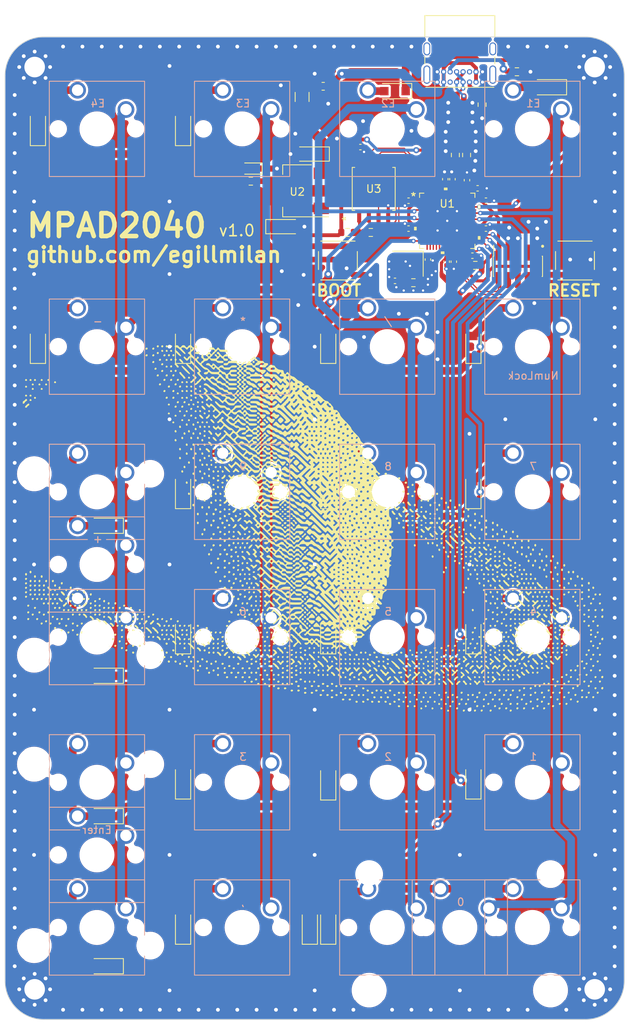
<source format=kicad_pcb>
(kicad_pcb (version 20221018) (generator pcbnew)
  (title_block (title "MPad2040") (date "2023-02-13") (rev "1.1") (company "Egill Milan Gunnarsson") (comment 1 "Author:"))
  (layers (0 "F.Cu" signal) (31 "B.Cu" signal) (34 "B.Paste" user) (35 "F.Paste" user) (36 "B.SilkS" user "B.Silkscreen") (37 "F.SilkS" user "F.Silkscreen") (38 "B.Mask" user) (39 "F.Mask" user) (44 "Edge.Cuts" user))
  (net 0 "")
  (net 1 "/XOUT")
  (net 2 "Net-(C9-Pad2)")
  (net 3 "Net-(R8-Pad2)")
  (net 4 "+3V3")
  (net 5 "/QSPI_SS_N")
  (net 6 "/USB_D+")
  (net 7 "/USB_D-")
  (net 8 "Net-(D1-Pad2)")
  (net 9 "GND")
  (net 10 "/~{RESET}")
  (net 11 "Net-(C2-Pad1)")
  (net 12 "/QSPI_SD1")
  (net 13 "/QSPI_SD2")
  (net 14 "/QSPI_SD0")
  (net 15 "/QSPI_SCLK")
  (net 16 "/QSPI_SD3")
  (net 17 "VBUS")
  (net 22 "/ROW_1")
  (net 23 "/ROW_2")
  (net 24 "/ROW_3")
  (net 25 "/ROW_4")
  (net 26 "/ROW_5")
  (net 27 "/ROW_6")
  (net 29 "/COL_1")
  (net 30 "/COL_2")
  (net 31 "/COL_3")
  (net 32 "/COL_4")
  (net 37 "/XIN")
  (net 38 "/SWCLK")
  (net 39 "/SWDIO")
  (net 51 "Net-(F1-Pad1)")
  (net 52 "Net-(D3-Pad2)")
  (net 53 "Net-(D13-Pad2)")
  (net 54 "Net-(D2-Pad2)")
  (net 55 "Net-(D4-Pad2)")
  (net 56 "Net-(D5-Pad2)")
  (net 57 "Net-(D6-Pad2)")
  (net 58 "Net-(D7-Pad2)")
  (net 59 "Net-(D8-Pad2)")
  (net 60 "Net-(D9-Pad2)")
  (net 61 "Net-(D10-Pad2)")
  (net 62 "Net-(D11-Pad2)")
  (net 63 "Net-(D12-Pad2)")
  (net 64 "Net-(D14-Pad2)")
  (net 65 "Net-(D15-Pad2)")
  (net 66 "Net-(D16-Pad2)")
  (net 67 "Net-(D17-Pad2)")
  (net 68 "Net-(D18-Pad2)")
  (net 69 "Net-(D19-Pad2)")
  (net 70 "Net-(D20-Pad2)")
  (net 71 "Net-(D21-Pad2)")
  (net 72 "Net-(D22-Pad2)")
  (net 76 "/VREG_VOUT")
  (net 77 "/CC1")
  (net 78 "/CC2")
  (net 79 "/2040_D-")
  (net 80 "/2040_D+")
  (net 81 "Net-(D23-Pad2)")
  (net 82 "Net-(D24-Pad2)")
  (net 83 "Net-(D25-Pad2)")
  (footprint "Diode_SMD:D_SOD-123F" (layer "F.Cu") (at 130.253 129.54 90)
    (fp_text reference "D17" hide)
    (fp_text value "SM4007")
  )
  (footprint "Resistor_SMD:R_0603_1608Metric" (layer "F.Cu") (at 160.479 63.9962 180)
    (fp_text reference "R7" hide)
    (fp_text value "1k")
  )
  (footprint "Resistor_SMD:R_0603_1608Metric" (layer "F.Cu") (at 169.496 40.64 -90)
    (fp_text reference "R3" hide)
    (fp_text value "5k1")
  )
  (footprint "LED_SMD:LED_0603_1608Metric" (layer "F.Cu") (at 139.143 49.022 180)
    (fp_text reference "D1" hide)
    (fp_text value "Green")
  )
  (footprint "Diode_SMD:D_SOD-123F" (layer "F.Cu") (at 149.303 129.667 90)
    (fp_text reference "D12" hide)
    (fp_text value "SM4007")
  )
  (footprint "Fuse:Fuse_1206_3216Metric" (layer "F.Cu") (at 145.874 39.627 -90)
    (fp_text reference "F1" hide)
    (fp_text value "500mA")
  )
  (footprint "Capacitor_SMD:C_0402_1005Metric" (layer "F.Cu") (at 168.91 51.6128)
    (fp_text reference "C11" hide)
    (fp_text value "1µ")
  )
  (footprint "Diode_SMD:D_SOD-123F" (layer "F.Cu") (at 149.303 110.49 90)
    (fp_text reference "D11" hide)
    (fp_text value "SM4007")
  )
  (footprint "Capacitor_SMD:C_0402_1005Metric" (layer "F.Cu") (at 159.844 56.896 180)
    (fp_text reference "C6" hide)
    (fp_text value "100n")
  )
  (footprint "Diode_SMD:D_SOD-123F" (layer "F.Cu") (at 168.353 91.44 90)
    (fp_text reference "D4" hide)
    (fp_text value "SM4007")
  )
  (footprint "Package_TO_SOT_SMD:SOT-223-3_TabPin2" (layer "F.Cu") (at 145.239 51.943 180)
    (fp_text reference "U2")
    (fp_text value "AMS1117-3.3")
  )
  (footprint "Capacitor_SMD:C_0402_1005Metric" (layer "F.Cu") (at 158.066 63.754)
    (fp_text reference "C9" hide)
    (fp_text value "30p")
  )
  (footprint "Connector_PinSocket_1.27mm:PinSocket_2x05_P1.27mm_Vertical_SMD" (layer "F.Cu") (at 174.195 61.849 90)
    (fp_text reference "J1" hide)
    (fp_text value "DNP")
  )
  (footprint "Resistor_SMD:R_0603_1608Metric" (layer "F.Cu") (at 139.143 50.673 180)
    (fp_text reference "R4" hide)
    (fp_text value "1k")
  )
  (footprint "Inductor_SMD:L_0603_1608Metric" (layer "F.Cu") (at 148.6425 38.227 180)
    (fp_text reference "FB1" hide)
    (fp_text value "600R@100MHz")
  )
  (footprint "Diode_SMD:D_SOD-123F" (layer "F.Cu") (at 120.22 95.885 180)
    (fp_text reference "D21" hide)
    (fp_text value "SM4007")
  )
  (footprint "Capacitor_SMD:C_0402_1005Metric" (layer "F.Cu") (at 168.226 60.452)
    (fp_text reference "C1" hide)
    (fp_text value "100n")
  )
  (footprint "MPad2040:SW_TS-1187A-B-A-B" (layer "F.Cu") (at 181.688 61.087)
    (fp_text reference "SW28" hide)
    (fp_text value "~{RESET}")
  )
  (footprint "Capacitor_SMD:C_0402_1005Metric" (layer "F.Cu") (at 164.6682 50.419 90)
    (fp_text reference "C13" hide)
    (fp_text value "100n")
  )
  (footprint "Diode_SMD:D_SOD-123F" (layer "F.Cu") (at 149.303 91.44 90)
    (fp_text reference "D10" hide)
    (fp_text value "SM4007")
  )
  (footprint "MPad2040:W25Q16JVSSIQ" (layer "F.Cu") (at 155.272 51.689 90)
    (fp_text reference "U3")
    (fp_text value "W25Q16JVSSIQ" hide)
  )
  (footprint "Diode_SMD:D_SOD-123F" (layer "F.Cu") (at 120.22 133.985 180)
    (fp_text reference "D22" hide)
    (fp_text value "SM4007")
  )
  (footprint "Resistor_SMD:R_0603_1608Metric" (layer "F.Cu") (at 167.4622 47.244 90)
    (fp_text reference "R5" hide)
    (fp_text value "27R")
  )
  (footprint "Diode_SMD:D_SOD-123F" (layer "F.Cu") (at 146.89 148.59 90)
    (fp_text reference "D23" hide)
    (fp_text value "SM4007")
  )
  (footprint "Diode_SMD:D_SOD-123F" (layer "F.Cu") (at 168.353 110.49 90)
    (fp_text reference "D5" hide)
    (fp_text value "SM4007")
  )
  (footprint "MPad2040:SW_TS-1187A-B-A-B" (layer "F.Cu") (at 150.573 61.087 180)
    (fp_text reference "SW29" hide)
    (fp_text value "~{USB_boot}")
  )
  (footprint "Capacitor_Tantalum_SMD:CP_EIA-3216-18_Kemet-A" (layer "F.Cu") (at 147.144 47.117 180)
    (fp_text reference "C2" hide)
    (fp_text value "22µ")
  )
  (footprint "MPad2040:USB_C_Receptacle_GCT_USB4085" (layer "F.Cu") (at 169.55 37.680011 180)
    (fp_text reference "J2" hide)
    (fp_text value "USB_C_Receptacle_USB2.0")
  )
  (footprint "Capacitor_SMD:C_0402_1005Metric" (layer "F.Cu") (at 162.384 60.96 90)
    (fp_text reference "C10" hide)
    (fp_text value "30p")
  )
  (footprint "Resistor_SMD:R_0603_1608Metric" (layer "F.Cu") (at 151.843 57.404 180)
    (fp_text reference "R9" hide)
    (fp_text value "DNP")
  )
  (footprint "Diode_SMD:D_SOD-123F" (layer "F.Cu") (at 120.22 153.67 180)
    (fp_text reference "D25" hide)
    (fp_text value "SM4007")
  )
  (footprint "Diode_SMD:D_SOD-123F" (layer "F.Cu") (at 130.253 91.44 90)
    (fp_text reference "D15" hide)
    (fp_text value "SM4007")
  )
  (footprint "Diode_SMD:D_SOD-123F" (layer "F.Cu") (at 130.253 110.49 90)
    (fp_text reference "D16" hide)
    (fp_text value "SM4007")
  )
  (footprint "Resistor_SMD:R_0603_1608Metric" (layer "F.Cu") (at 168.607 61.722)
    (fp_text reference "R1" hide)
    (fp_text value "10k")
  )
  (footprint "Capacitor_SMD:C_0402_1005Metric" (layer "F.Cu") (at 164.846 61.2394 -90)
    (fp_text reference "C15" hide)
    (fp_text value "100n")
  )
  (footprint "Capacitor_SMD:C_0402_1005Metric" (layer "F.Cu") (at 159.844 53.2384 180)
    (fp_text reference "C14" hide)
    (fp_text value "100n")
  )
  (footprint "Diode_SMD:D_SOD-123F" (layer "F.Cu") (at 130.253 148.59 90)
    (fp_text reference "D18" hide)
    (fp_text value "SM4007")
  )
  (footprint "Resistor_SMD:R_0603_1608Metric" (layer "F.Cu") (at 165.989 47.244 90)
    (fp_text reference "R6" hide)
    (fp_text value "27R")
  )
  (footprint "MPad2040:SC09087" (layer "F.Cu") (at 164.924 55.88)
    (fp_text reference "U1")
    (fp_text value "SC09087_functional" hide)
  )
  (footprint "Diode_SMD:D_SOD-123F" (layer "F.Cu") (at 168.353 72.39 90)
    (fp_text reference "D3" hide)
    (fp_text value "SM4007")
  )
  (footprint "Diode_SMD:D_SOD-123F" (layer "F.Cu") (at 178.386 38.354 180)
    (fp_text reference "D2" hide)
    (fp_text value "SM4007")
  )
  (footprint "Diode_SMD:D_SOD-123F" (layer "F.Cu") (at 111.203 72.39 90)
    (fp_text reference "D20" hide)
    (fp_text value "SM4007")
  )
  (footprint "Diode_SMD:D_SOD-123F" (layer "F.Cu") (at 149.303 148.59 90)
    (fp_text reference "D7" hide)
    (fp_text value "SM4007")
  )
  (footprint "Capacitor_SMD:C_0402_1005Metric" (layer "F.Cu") (at 167.513 50.546 90)
    (fp_text reference "C4" hide)
    (fp_text value "1µ")
  )
  (footprint "Capacitor_SMD:C_0402_1005Metric" (layer "F.Cu") (at 165.608 50.419 90)
    (fp_text reference "C8" hide)
    (fp_text value "100n")
  )
  (footprint "Diode_SMD:D_SOD-123F" (layer "F.Cu") (at 111.203 43.815 90)
    (fp_text reference "D19" hide)
    (fp_text value "SM4007")
  )
  (footprint "Capacitor_SMD:C_0402_1005Metric" (layer "F.Cu") (at 170.004 53.2384)
    (fp_text reference "C16" hide)
    (fp_text value "100n")
  )
  (footprint "Resistor_SMD:R_0603_1608Metric" (layer "F.Cu") (at 154.891 57.404 180)
    (fp_text reference "R8" hide)
    (fp_text value "1k")
  )
  (footprint "Diode_SMD:D_SOD-123F" (layer "F.Cu") (at 130.253 43.815 90)
    (fp_text reference "D13" hide)
    (fp_text value "SM4007")
  )
  (footprint "Capacitor_SMD:C_0402_1005Metric" (layer "F.Cu") (at 153.522 46.2026)
    (fp_text reference "C18" hide)
    (fp_text value "100n")
  )
  (footprint "Diode_SMD:D_SOD-123F" (layer "F.Cu") (at 168.353 129.54 90)
    (fp_text reference "D6" hide)
    (fp_text value "SM4007")
  )
  (footprint "Diode_SMD:D_SOD-123F" (layer "F.Cu") (at 120.22 115.57 180)
    (fp_text reference "D24" hide)
    (fp_text value "SM4007")
  )
  (footprint "Diode_SMD:D_SOD-123F" (layer "F.Cu") (at 130.253 72.39 90)
    (fp_text reference "D14" hide)
    (fp_text value "SM4007")
  )
  (footprint "Diode_SMD:D_SOD-123F" (layer "F.Cu") (at 158.066 38.862 180)
    (fp_text reference "D8" hide)
    (fp_text value "SM4007")
  )
  (footprint "Capacitor_SMD:C_0402_1005Metric" (layer "F.Cu") (at 170.004 56.896)
    (fp_text reference "C7" hide)
    (fp_text value "100n")
  )
  (footprint "Capacitor_SMD:C_0402_1005Metric" (layer "F.Cu") (at 165.7858 61.2394 -90)
    (fp_text reference "C5" hide)
    (fp_text value "100n")
  )
  (footprint "Capacitor_Tantalum_SMD:CP_EIA-3216-18_Kemet-A" (layer "F.Cu") (at 143.414 56.642)
    (fp_text reference "C3" hide)
    (fp_text value "22µ")
  )
  (footprint "Crystal:Crystal_SMD_3225-4Pin_3.2x2.5mm" (layer "F.Cu") (at 159.766511 61.507 180)
    (fp_text reference "Y1" hide)
    (fp_text value "12MHz")
  )
  (footprint "Diode_SMD:D_SOD-123F" (layer "F.Cu") (at 149.303 72.39 90)
    (fp_text reference "D9" hide)
    (fp_text value "SM4007")
  )
  (footprint "Resistor_SMD:R_0603_1608Metric" (layer "F.Cu") (at 174.068 36.322)
    (fp_text reference "R2" hide)
    (fp_text value "5k1")
  )
  (footprint "MountingHole:MountingHole_2.7mm_M2.5_Pad_Via" (layer "B.Cu") (at 184.275 35.7025 180)
    (fp_text reference "H1" hide)
    (fp_text value "M2.5")
  )
  (footprint "MPad2040:SW_Cherry_MX_1.00u_R1" (layer "B.Cu") (at 176.1 72.39 180)
    (fp_text reference "SW5" hide)
    (fp_text value "SW_NUM")
  )
  (footprint "MPad2040:SW_Cherry_MX_1.00u_R3" (layer "B.Cu") (at 157.05 110.49 180)
    (fp_text reference "SW14" hide)
    (fp_text value "SW_5")
  )
  (footprint "MPad2040:SW_Cherry_MX_1.00u_R1" (layer "B.Cu") (at 176.1 43.815 180)
    (fp_text reference "SW1" hide)
    (fp_text value "SW_E1")
  )
  (footprint "MountingHole:MountingHole_2.7mm_M2.5_Pad_Via" (layer "B.Cu") (at 184.275 156.7025 180)
    (fp_text reference "H4" hide)
    (fp_text value "M2.5")
  )
  (footprint "MPad2040:SW_Cherry_MX_1.00u_R3" (layer "B.Cu") (at 176.1 110.49 180)
    (fp_text reference "SW13" hide)
    (fp_text value "SW_4")
  )
  (footprint "MPad2040:SW_Cherry_MX_1.00u_R3" (layer "B.Cu") (at 118.95 148.59 180)
    (fp_text reference "SW25" hide)
    (fp_text value "SW_R3_1u")
  )
  (footprint "MountingHole:MountingHole_2.7mm_M2.5_Pad_Via" (layer "B.Cu") (at 110.775 35.7025 180)
    (fp_text reference "H2" hide)
    (fp_text value "M2.5")
  )
  (footprint "MPad2040:SW_Cherry_MX_1.00u_R1" (layer "B.Cu") (at 138 72.39 180)
    (fp_text reference "SW7" hide)
    (fp_text value "SW_*")
  )
  (footprint "MPad2040:SW_Cherry_MX_1.00u_R3" (layer "B.Cu") (at 138 91.44 180)
    (fp_text reference "SW11" hide)
    (fp_text value "SW_9")
  )
  (footprint "MPad2040:SW_Cherry_MX_1.00u_R3" (layer "B.Cu") (at 118.95 110.49 180)
    (fp_text reference "SW23" hide)
    (fp_text value "SW_+1u")
  )
  (footprint "MPad2040:SW_Cherry_MX_1.00u_R3" (layer "B.Cu") (at 157.05 91.44 180)
    (fp_text reference "SW10" hide)
    (fp_text value "SW_8")
  )
  (footprint "MPad2040:SW_Cherry_MX_2.00u_Vertical_PCB" (layer "B.Cu") (at 118.95 139.065 180)
    (fp_text reference "SW19" hide)
    (fp_text value "SW_ENTER-2u")
  )
  (footprint "MPad2040:SW_Cherry_MX_1.00u_R3" (layer "B.Cu") (at 176.1 91.44 180)
    (fp_text reference "SW9" hide)
    (fp_text value "SW_7")
  )
  (footprint "MPad2040:SW_Cherry_MX_1.00u_R1" (layer "B.Cu") (at 118.95 72.39 180)
    (fp_text reference "SW8" hide)
    (fp_text value "SW_-")
  )
  (footprint "MPad2040:SW_Cherry_MX_2.00u_Vertical_PCB" (layer "B.Cu") (at 118.95 100.965 180)
    (fp_text reference "SW12" hide)
    (fp_text value "SW_+2u")
  )
  (footprint "MPad2040:SW_Cherry_MX_1.00u_R4" (layer "B.Cu") (at 118.95 129.54 180)
    (fp_text reference "SW24" hide)
    (fp_text value "SW_R4_1u")
  )
  (footprint "MPad2040:SW_Cherry_MX_1.00u_R4" (layer "B.Cu") (at 157.05 129.54 180)
    (fp_text reference "SW17" hide)
    (fp_text value "SW_2")
  )
  (footprint "MPad2040:SW_Cherry_MX_1.00u_R4" (layer "B.Cu") (at 176.1 129.54 180)
    (fp_text reference "SW16" hide)
    (fp_text value "SW_1")
  )
  (footprint "MountingHole:MountingHole_2.7mm_M2.5_Pad_Via" (layer "B.Cu") (at 110.775 156.7025 90)
    (fp_text reference "H3" hide)
    (fp_text value "M2.5")
  )
  (footprint "MPad2040:SW_Cherry_MX_1.00u_R3" (layer "B.Cu") (at 176.1 148.59 180)
    (fp_text reference "SW26" hide)
    (fp_text value "SW_00-1u")
  )
  (footprint "MPad2040:Saturn3" (layer "B.Cu") (at 131.4958 58.293 180)
    (fp_text reference "G***" hide)
    (fp_text value "LOGO" hide)
  )
  (footprint "MPad2040:SW_Cherry_MX_1.00u_R3" (layer "B.Cu") (at 157.05 148.59 180)
    (fp_text reference "SW27" hide)
    (fp_text value "SW_0-1u")
  )
  (footprint "MPad2040:SW_Cherry_MX_1.00u_R1" (layer "B.Cu") (at 157.05 43.815 180)
    (fp_text reference "SW2" hide)
    (fp_text value "SW_E2")
  )
  (footprint "MPad2040:SW_Cherry_MX_1.00u_R3" (layer "B.Cu") (at 138 110.49 180)
    (fp_text reference "SW15" hide)
    (fp_text value "SW_6")
  )
  (footprint "MPad2040:Saturn" (layer "B.Cu") (at 147.271 94.742 180)
    (fp_text reference "G***" hide)
    (fp_text value "LOGO" hide)
  )
  (footprint "MPad2040:SW_Cherry_MX_2.00u_PCB" (layer "B.Cu") (at 166.575 148.59 180)
    (fp_text reference "SW20" hide)
    (fp_text value "SW_0-2u")
  )
  (footprint "MPad2040:SW_Cherry_MX_1.00u_R3" (layer "B.Cu") (at 138 148.59 180)
    (fp_text reference "SW21" hide)
    (fp_text value "SW_dot")
  )
  (footprint "MPad2040:SW_Cherry_MX_1.00u_R1" (layer "B.Cu") (at 138 43.815 180)
    (fp_text reference "SW3" hide)
    (fp_text value "SW_E3")
  )
  (footprint "MPad2040:SW_Cherry_MX_1.00u_R1" (layer "B.Cu") (at 157.05 72.39 180)
    (fp_text reference "SW6" hide)
    (fp_text value "SW_/")
  )
  (footprint "MPad2040:SW_Cherry_MX_1.00u_R2" (layer "B.Cu") (at 118.95 91.44 180)
    (fp_text reference "SW22" hide)
    (fp_text value "SW_-1u")
  )
  (footprint "MPad2040:SW_Cherry_MX_1.00u_R1" (layer "B.Cu") (at 118.95 43.815 180)
    (fp_text reference "SW4" hide)
    (fp_text value "SW_E4")
  )
  (footprint "MPad2040:SW_Cherry_MX_1.00u_R4" (layer "B.Cu") (at 138 129.54 180)
    (fp_text reference "SW18" hide)
    (fp_text value "SW_3")
  )
  (gr_line (start 188.165 36.83) (end 188.165 155.575) (stroke (width 0.1)) (layer "Edge.Cuts"))
  (gr_arc (start 183.085 31.75) (mid 186.677102 33.237898) (end 188.165 36.83) (stroke (width 0.1)) (layer "Edge.Cuts"))
  (gr_arc (start 188.165 155.575) (mid 186.677102 159.167102) (end 183.085 160.655) (stroke (width 0.1)) (layer "Edge.Cuts"))
  (gr_arc (start 106.885 36.83) (mid 108.372898 33.237898) (end 111.965 31.75) (stroke (width 0.1)) (layer "Edge.Cuts"))
  (gr_line (start 111.965 31.75) (end 183.085 31.75) (stroke (width 0.1)) (layer "Edge.Cuts"))
  (gr_line (start 183.085 160.655) (end 111.965 160.655) (stroke (width 0.1)) (layer "Edge.Cuts"))
  (gr_line (start 106.885 155.575) (end 106.885 36.83) (stroke (width 0.1)) (layer "Edge.Cuts"))
  (gr_arc (start 111.965 160.655) (mid 108.372898 159.167102) (end 106.885 155.575) (stroke (width 0.1)) (layer "Edge.Cuts"))
  (gr_text "*" (at 138.1125 69.05625) (layer "B.SilkS") (effects (font (size 1 1)) (justify mirror)))
  (gr_text "3" (at 138.1125 126.20625) (layer "B.SilkS") (effects (font (size 1 1)) (justify mirror)))
  (gr_text "E1" (at 176.2125 40.48125) (layer "B.SilkS") (effects (font (size 1 1)) (justify mirror)))
  (gr_text "2" (at 157.1625 126.20625) (layer "B.SilkS") (effects (font (size 1 1)) (justify mirror)))
  (gr_text "5" (at 157.1625 107.15625) (layer "B.SilkS") (effects (font (size 1 1)) (justify mirror)))
  (gr_text "0" (at 166.6875 145.25625) (layer "B.SilkS") (effects (font (size 1 1)) (justify mirror)))
  (gr_text "1" (at 176.2125 126.20625) (layer "B.SilkS") (effects (font (size 1 1)) (justify mirror)))
  (gr_text "4" (at 176.2125 107.15625) (layer "B.SilkS") (effects (font (size 1 1)) (justify mirror)))
  (gr_text "NumLock" (at 176.2125 76.2) (layer "B.SilkS") (effects (font (size 1 1)) (justify mirror)))
  (gr_text "6" (at 138.1125 107.15625) (layer "B.SilkS") (effects (font (size 1 1)) (justify mirror)))
  (gr_text "Enter" (at 118.95 135.79) (layer "B.SilkS") (effects (font (size 1 1)) (justify mirror)))
  (gr_text "9" (at 138.1125 88.10625) (layer "B.SilkS") (effects (font (size 1 1)) (justify mirror)))
  (gr_text "+" (at 119.0625 97.63125) (layer "B.SilkS") (effects (font (size 1 1)) (justify mirror)))
  (gr_text "7" (at 176.2125 88.10625) (layer "B.SilkS") (effects (font (size 1 1)) (justify mirror)))
  (gr_text "8" (at 157.1625 88.10625) (layer "B.SilkS") (effects (font (size 1 1)) (justify mirror)))
  (gr_text "E4" (at 119.0625 40.48125) (layer "B.SilkS") (effects (font (size 1 1)) (justify mirror)))
  (gr_text "-" (at 119.0625 69.05625) (layer "B.SilkS") (effects (font (size 1 1)) (justify mirror)))
  (gr_text "E3" (at 138.1125 40.48125) (layer "B.SilkS") (effects (font (size 1 1)) (justify mirror)))
  (gr_text "E2" (at 157.1625 40.48125) (layer "B.SilkS") (effects (font (size 1 1)) (justify mirror)))
  (gr_text "/" (at 157.1625 69.05625) (layer "B.SilkS") (effects (font (size 1 1)) (justify mirror)))
  (gr_text "," (at 138.1125 145.25625) (layer "B.SilkS") (effects (font (size 1 1)) (justify mirror)))
  (gr_text "v1.0" (at 134.825 57.15) (layer "F.SilkS") (effects (font (size 1.5 1.5) (thickness 0.2)) (justify left)))
  (gr_text "BOOT" (at 150.7 65.024) (layer "F.SilkS") (effects (font (size 1.5 1.5) (thickness 0.3))))
  (gr_text "RESET" (at 181.561 65.024) (layer "F.SilkS") (effects (font (size 1.5 1.5) (thickness 0.3))))
  (gr_text "MPAD2040" (at 109.425 56.515) (layer "F.SilkS") (effects (font (size 3 3) (thickness 0.6)) (justify left)))
  (gr_text "github.com/egillmilan" (at 109.425 60.325) (layer "F.SilkS") (effects (font (size 2 2) (thickness 0.4)) (justify left)))
  (segment (start 164.7208 59.9948) (end 163.620911 61.094689) (width 0.2) (layer "F.Cu") (net 1))
  (segment (start 161.304 63.7418) (end 161.304 63.9962) (width 0.2) (layer "F.Cu") (net 1))
  (segment (start 164.7208 59.2812) (end 164.7208 59.9948) (width 0.2) (layer "F.Cu") (net 1))
  (segment (start 163.620911 61.094689) (end 163.620911 61.424889) (width 0.2) (layer "F.Cu") (net 1))
  (segment (start 163.620911 61.424889) (end 161.304 63.7418) (width 0.2) (layer "F.Cu") (net 1))
  (segment (start 158.546 63.754) (end 158.546 62.477511) (width 0.5) (layer "F.Cu") (net 2))
  (segment (start 158.546 63.754) (end 159.4118 63.754) (width 0.5) (layer "F.Cu") (net 2))
  (segment (start 159.4118 63.754) (end 159.654 63.9962) (width 0.5) (layer "F.Cu") (net 2))
  (segment (start 158.546 62.477511) (end 158.666511 62.357) (width 0.5) (layer "F.Cu") (net 2))
  (segment (start 152.668 57.404) (end 153.367 57.404) (width 0.74) (layer "F.Cu") (net 3))
  (segment (start 153.367 57.404) (end 154.066 57.404) (width 0.74) (layer "F.Cu") (net 3))
  (segment (start 153.367 55.3466) (end 153.367 57.404) (width 0.3) (layer "F.Cu") (net 3))
  (segment (start 148.389 51.943) (end 142.089 51.943) (width 1.5) (layer "F.Cu") (net 4))
  (segment (start 164.162 62.66) (end 164.162 61.39) (width 0.4) (layer "F.Cu") (net 4))
  (segment (start 167.7434 53.2384) (end 167.5656 53.0606) (width 0.2) (layer "F.Cu") (net 4))
  (segment (start 165.686 66.294) (end 166.956 65.024) (width 0.74) (layer "F.Cu") (net 4))
  (segment (start 142.064 56.642) (end 142.064 51.968) (width 0.5) (layer "F.Cu") (net 4))
  (segment (start 171.655 55.499) (end 171.02 54.864) (width 0.4) (layer "F.Cu") (net 4))
  (segment (start 152.3764 46.2026) (end 151.97 46.609) (width 0.5) (layer "F.Cu") (net 4))
  (segment (start 151.018 47.561) (end 151.018 57.404) (width 0.5) (layer "F.Cu") (net 4))
  (segment (start 160.324 56.896) (end 160.324 57.249412) (width 0.74) (layer "F.Cu") (net 4))
  (segment (start 166.16752 50.33948) (end 165.608 50.899) (width 0.2) (layer "F.Cu") (net 4))
  (segment (start 150.573 63.373) (end 150.573 60.96) (width 0.74) (layer "F.Cu") (net 4))
  (segment (start 142.064 51.968) (end 142.089 51.943) (width 0.5) (layer "F.Cu") (net 4))
  (segment (start 156.796 66.802) (end 154.891 64.897) (width 0.74) (layer "F.Cu") (net 4))
  (segment (start 169.524 53.2384) (end 169.524 52.86) (width 0.4) (layer "F.Cu") (net 4))
  (segment (start 169.524 52.86) (end 168.5588 51.8948) (width 0.4) (layer "F.Cu") (net 4))
  (segment (start 164.162 62.9684) (end 164.162 62.66) (width 0.5) (layer "F.Cu") (net 4))
  (segment (start 150.573 60.96) (end 144.985 60.96) (width 0.74) (layer "F.Cu") (net 4))
  (segment (start 153.367 45.212) (end 151.97 46.609) (width 0.5) (layer "F.Cu") (net 4))
  (segment (start 169.432 61.722) (end 171.105 60.049) (width 0.4) (layer "F.Cu") (net 4))
  (segment (start 165.2524 48.768) (end 165.8112 48.768) (width 0.2) (layer "F.Cu") (net 4))
  (segment (start 168.3252 53.2384) (end 169.524 53.2384) (width 0.2) (layer "F.Cu") (net 4))
  (segment (start 159.8694 55.846531) (end 159.8694 54.3106) (width 0.4) (layer "F.Cu") (net 4))
  (segment (start 171.105 60.049) (end 171.655 60.049) (width 0.4) (layer "F.Cu") (net 4))
  (segment (start 142.089 58.064) (end 142.089 51.943) (width 0.74) (layer "F.Cu") (net 4))
  (segment (start 154.891 64.897) (end 152.097 64.897) (width 0.74) (layer "F.Cu") (net 4))
  (segment (start 168.5588 51.8948) (end 168.5588 51.6128) (width 0.4) (layer "F.Cu") (net 4))
  (segment (start 168.3252 53.2384) (end 167.7434 53.2384) (width 0.2) (layer "F.Cu") (net 4))
  (segment (start 165.1272 59.2812) (end 165.1272 60.4782) (width 0.2) (layer "F.Cu") (net 4))
  (segment (start 165.5336 52.4788) (end 165.5336 50.9734) (width 0.2) (layer "F.Cu") (net 4))
  (segment (start 164.7926 60.7594) (end 164.846 60.7594) (width 0.4) (layer "F.Cu") (net 4))
  (segment (start 159.407412 58.166) (end 157.177 58.166) (width 0.74) (layer "F.Cu") (net 4))
  (segment (start 153.367 47.0408) (end 153.0394 46.7132) (width 0.3) (layer "F.Cu") (net 4))
  (segment (start 164.2872 63.0936) (end 165.686 64.4924) (width 0.74) (layer "F.Cu") (net 4))
  (segment (start 160.324 56.896) (end 160.324 56.301131) (width 0.4) (layer "F.Cu") (net 4))
  (segment (start 160.324 53.856) (end 160.324 53.2384) (width 0.4) (layer "F.Cu") (net 4))
  (segment (start 152.097 64.897) (end 150.573 63.373) (width 0.7) (layer "F.Cu") (net 4))
  (segment (start 150.65548 57.76652) (end 143.18852 57.76652) (width 0.5) (layer "F.Cu") (net 4))
  (segment (start 167.5656 53.0606) (end 167.5656 52.4788) (width 0.2) (layer "F.Cu") (net 4))
  (segment (start 151.97 46.609) (end 151.018 47.561) (width 0.5) (layer "F.Cu") (net 4))
  (segment (start 160.324 57.249412) (end 159.407412 58.166) (width 0.74) (layer "F.Cu") (net 4))
  (segment (start 165.686 66.294) (end 165.178 66.802) (width 0.74) (layer "F.Cu") (net 4))
  (segment (start 139.968 50.673) (end 140.819 50.673) (width 0.74) (layer "F.Cu") (net 4))
  (segment (start 157.177 58.166) (end 154.383 60.96) (width 0.74) (layer "F.Cu") (net 4))
  (segment (start 143.18852 57.76652) (end 142.064 56.642) (width 0.5) (layer "F.Cu") (net 4))
  (segment (start 153.367 48.0314) (end 153.367 47.0408) (width 0.3) (layer "F.Cu") (net 4))
  (segment (start 169.524 56.896) (end 169.524 56.36) (width 0.4) (layer "F.Cu") (net 4))
  (segment (start 167.4894 51.6128) (end 168.5588 51.6128) (width 0.2) (layer "F.Cu") (net 4))
  (segment (start 140.819 50.673) (end 142.089 51.943) (width 0.74) (layer "F.Cu") (net 4))
  (segment (start 164.2872 63.0936) (end 164.162 62.9684) (width 0.5) (layer "F.Cu") (net 4))
  (segment (start 165.1272 51.3798) (end 165.608 50.899) (width 0.2) (layer "F.Cu") (net 4))
  (segment (start 169.432 62.548) (end 169.432 61.722) (width 0.74) (layer "F.Cu") (net 4))
  (segment (start 167.1592 51.943) (end 167.4894 51.6128) (width 0.2) (layer "F.Cu") (net 4))
  (segment (start 165.686 64.4924) (end 165.686 66.294) (width 0.74) (layer "F.Cu") (net 4))
  (segment (start 165.5336 50.9734) (end 165.608 50.899) (width 0.2) (layer "F.Cu") (net 4))
  (segment (start 151.018 57.404) (end 150.65548 57.76652) (width 0.5) (layer "F.Cu") (net 4))
  (segment (start 166.16752 49.12432) (end 166.16752 50.33948) (width 0.2) (layer "F.Cu") (net 4))
  (segment (start 169.115 62.865) (end 169.432 62.548) (width 0.74) (layer "F.Cu") (net 4))
  (segment (start 164.162 61.39) (end 164.7926 60.7594) (width 0.4) (layer "F.Cu") (net 4))
  (segment (start 161.5228 53.2384) (end 160.324 53.2384) (width 0.2) (layer "F.Cu") (net 4))
  (segment (start 144.985 60.96) (end 142.089 58.064) (width 0.74) (layer "F.Cu") (net 4))
  (segment (start 165.1762 48.6918) (end 163.0934 46.609) (width 0.4) (layer "F.Cu") (net 4))
  (segment (start 154.383 45.212) (end 153.367 45.212) (width 0.5) (layer "F.Cu") (net 4))
  (segment (start 169.524 53.368) (end 169.524 53.2384) (width 0.4) (layer "F.Cu") (net 4))
  (segment (start 165.1272 52.4788) (end 165.1272 51.3798) (width 0.2) (layer "F.Cu") (net 4))
  (segment (start 161.5228 56.896) (end 160.324 56.896) (width 0.2) (layer "F.Cu") (net 4))
  (segment (start 159.8694 54.3106) (end 160.324 53.856) (width 0.4) (layer "F.Cu") (net 4))
  (segment (start 160.324 56.301131) (end 159.8694 55.846531) (width 0.4) (layer "F.Cu") (net 4))
  (segment (start 165.8112 48.768) (end 166.16752 49.12432) (width 0.2) (layer "F.Cu") (net 4))
  (segment (start 153.042 46.2026) (end 152.3764 46.2026) (width 0.4) (layer "F.Cu") (net 4))
  (segment (start 168.3252 56.896) (end 169.524 56.896) (width 0.2) (layer "F.Cu") (net 4))
  (segment (start 165.1762 48.6918) (end 165.2524 48.768) (width 0.2) (layer "F.Cu") (net 4))
  (segment (start 153.0394 46.7132) (end 153.0394 46.2026) (width 0.3) (layer "F.Cu") (net 4))
  (segment (start 171.02 54.864) (end 169.524 53.368) (width 0.4) (layer "F.Cu") (net 4))
  (segment (start 167.1592 52.4788) (end 167.1592 51.943) (width 0.2) (layer "F.Cu") (net 4))
  (segment (start 163.0934 46.609) (end 160.86 46.609) (width 0.4) (layer "F.Cu") (net 4))
  (segment (start 165.1272 60.4782) (end 164.846 60.7594) (width 0.2) (layer "F.Cu") (net 4))
  (segment (start 165.178 66.802) (end 156.796 66.802) (width 0.74) (layer "F.Cu") (net 4))
  (segment (start 169.524 56.36) (end 171.02 54.864) (width 0.4) (layer "F.Cu") (net 4))
  (segment (start 171.655 60.049) (end 171.655 55.499) (width 0.4) (layer "F.Cu") (net 4))
  (segment (start 154.383 60.96) (end 150.573 60.96) (width 0.74) (layer "F.Cu") (net 4))
  (via (at 166.956 65.024) (size 0.8) (drill 0.4) (layers "F.Cu" "B.Cu") (net 4))
  (via (at 169.115 62.865) (size 0.8) (drill 0.4) (layers "F.Cu" "B.Cu") (net 4))
  (via (at 160.86 46.609) (size 0.8) (drill 0.4) (layers "F.Cu" "B.Cu") (net 4))
  (via (at 154.383 45.212) (size 0.8) (drill 0.4) (layers "F.Cu" "B.Cu") (net 4))
  (segment (start 169.115 62.865) (end 166.956 65.024) (width 0.74) (layer "B.Cu") (net 4))
  (segment (start 160.86 46.609) (end 155.78 46.609) (width 0.4) (layer "B.Cu") (net 4))
  (segment (start 155.78 46.609) (end 154.383 45.212) (width 0.4) (layer "B.Cu") (net 4))
  (segment (start 153.573 59.212) (end 147.573 59.212) (width 0.74) (layer "F.Cu") (net 5))
  (segment (start 162.003 51.689) (end 159.59 51.689) (width 0.1524) (layer "F.Cu") (net 5))
  (segment (start 154.353 59.212) (end 155.716 57.849) (width 0.3) (layer "F.Cu") (net 5))
  (segment (start 159.59 51.689) (end 158.574 52.705) (width 0.1524) (layer "F.Cu") (net 5))
  (segment (start 158.574 52.705) (end 158.574 56.134) (width 0.1524) (layer "F.Cu") (net 5))
  (segment (start 157.304 57.404) (end 155.716 57.404) (width 0.1524) (layer "F.Cu") (net 5))
  (segment (start 162.2824 52.4788) (end 162.2824 51.9684) (width 0.1524) (layer "F.Cu") (net 5))
  (segment (start 158.574 56.134) (end 157.304 57.404) (width 0.1524) (layer "F.Cu") (net 5))
  (segment (start 162.2824 51.9684) (end 162.003 51.689) (width 0.1524) (layer "F.Cu") (net 5))
  (segment (start 155.716 57.849) (end 155.716 57.404) (width 0.3) (layer "F.Cu") (net 5))
  (segment (start 153.573 59.212) (end 154.353 59.212) (width 0.3) (layer "F.Cu") (net 5))
  (segment (start 166.204999 46.203001) (end 165.989 46.419) (width 0.74) (layer "F.Cu") (net 6))
  (segment (start 166.205481 39.888517) (end 166.205481 39.274519) (width 0.74) (layer "F.Cu") (net 6))
  (segment (start 166.204999 39.888999) (end 166.204999 46.203001) (width 0.74) (layer "F.Cu") (net 6))
  (segment (start 166.995 38.5) (end 166.98 38.5) (width 0.3) (layer "F.Cu") (net 6))
  (segment (start 166.98 38.5) (end 166.205481 39.274519) (width 0.3) (layer "F.Cu") (net 6))
  (via (at 166.995 38.5) (size 0.6048) (drill 0.3) (layers "F.Cu" "B.Cu") (net 6))
  (segment (start 166.995 38.5) (end 167 38.495) (width 0.3) (layer "B.Cu") (net 6))
  (segment (start 167 37.68) (end 167 37.4328) (width 0.4) (layer "B.Cu") (net 6))
  (segment (start 167 38.495) (end 167 37.68) (width 0.3) (layer "B.Cu") (net 6))
  (segment (start 167 37.4328) (end 166.15 36.5828) (width 0.4) (layer "B.Cu") (net 6))
  (segment (start 166.15 36.5828) (end 166.15 36.33) (width 0.4) (layer "B.Cu") (net 6))
  (segment (start 167.097401 39.51) (end 167.097401 46.054201) (width 0.74) (layer "F.Cu") (net 7))
  (segment (start 167 36.5828) (end 167 36.33) (width 0.4) (layer "F.Cu") (net 7))
  (segment (start 166.15 37.4328) (end 167 36.5828) (width 0.4) (layer "F.Cu") (net 7))
  (segment (start 167.097401 46.054201) (end 167.4622 46.419) (width 0.74) (layer "F.Cu") (net 7))
  (segment (start 166.15 37.68) (end 166.15 37.4328) (width 0.4) (layer "F.Cu") (net 7))
  (via (at 167.097401 39.51) (size 0.6048) (drill 0.3) (layers "F.Cu" "B.Cu") (net 7))
  (segment (start 167.097401 39.51) (end 167.095 39.51) (width 0.3) (layer "B.Cu") (net 7))
  (segment (start 167.095 39.51) (end 166.15 38.565) (width 0.3) (layer "B.Cu") (net 7))
  (segment (start 166.15 38.565) (end 166.15 37.68) (width 0.3) (layer "B.Cu") (net 7))
  (segment (start 138.318 49.0595) (end 138.3555 49.022) (width 0.74) (layer "F.Cu") (net 8))
  (segment (start 138.318 50.673) (end 138.318 49.0595) (width 0.74) (layer "F.Cu") (net 8))
  (segment (start 163.406508 62.490508) (end 162.384 63.513016) (width 0.5) (layer "F.Cu") (net 9))
  (segment (start 161.749 65.024) (end 160.479 65.024) (width 0.5) (layer "F.Cu") (net 9))
  (segment (start 157.304 61.214) (end 157.861 60.657) (width 0.5) (layer "F.Cu") (net 9))
  (segment (start 160.866511 62.357) (end 160.606 62.357) (width 0.5) (layer "F.Cu") (net 9))
  (segment (start 178.688 59.212) (end 178.67 59.212) (width 0.74) (layer "F.Cu") (net 9))
  (segment (start 160.606 62.357) (end 160.0345 61.7855) (width 0.5) (layer "F.Cu") (net 9))
  (segment (start 162.384 63.513016) (end 162.384 64.262) (width 0.5) (layer "F.Cu") (net 9))
  (segment (start 162.666 61.44) (end 163.019 61.087) (width 0.5) (layer "F.Cu") (net 9))
  (segment (start 158.242147 64.593853) (end 157.586 63.937707) (width 0.5) (layer "F.Cu") (net 9))
  (segment (start 160.0345 61.7855) (end 159.463 61.214) (width 0.5) (layer "F.Cu") (net 9))
  (segment (start 165.5064 49.4538) (end 165.608 49.5554) (width 0.2) (layer "F.Cu") (net 9))
  (segment (start 159.3614 53.8734) (end 159.364 53.8708) (width 0.4) (layer "F.Cu") (net 9))
  (segment (start 153.573 62.962) (end 152.575 62.962) (width 0.74) (layer "F.Cu") (net 9))
  (segment (start 170.484 56.392638) (end 170.500319 56.376319) (width 0.4) (layer "F.Cu") (net 9))
  (segment (start 167.513 50.066) (end 167.513 49.53) (width 0.2) (layer "F.Cu") (net 9))
  (segment (start 165.7858 62.1792) (end 165.7858 61.7194) (width 0.4) (layer "F.Cu") (net 9))
  (segment (start 164.6682 49.5554) (end 164.5666 49.4538) (width 0.2) (layer "F.Cu") (net 9))
  (segment (start 157.304 63.246) (end 157.304 62.23) (width 0.5) (layer "F.Cu") (net 9))
  (segment (start 157.304 63.246) (end 157.304 63.472) (width 0.5) (layer "F.Cu") (net 9))
  (segment (start 146.0818 62.962) (end 146.0772 62.9666) (width 0.74) (layer "F.Cu") (net 9))
  (segment (start 170.484 56.896) (end 170.484 56.392638) (width 0.4) (layer "F.Cu") (net 9))
  (segment (start 144.764 55.339) (end 145.86 54.243) (width 1) (layer "F.Cu") (net 9))
  (segment (start 159.209 65.024) (end 158.672293 65.024) (width 0.5) (layer "F.Cu") (net 9))
  (segment (start 154.8356 62.962) (end 154.8402 62.9666) (width 0.74) (layer "F.Cu") (net 9))
  (segment (start 157.586 63.937707) (end 157.586 63.754) (width 0.5) (layer "F.Cu") (net 9))
  (segment (start 158.906 60.657) (end 158.666511 60.657) (width 0.5) (layer "F.Cu") (net 9))
  (segment (start 144.764 56.642) (end 146.1788 56.642) (width 0.74) (layer "F.Cu") (net 9))
  (segment (start 162.384 64.389) (end 161.749 65.024) (width 0.5) (layer "F.Cu") (net 9))
  (segment (start 145.794 47.117) (end 144.35 47.117) (width 1) (layer "F.Cu") (net 9))
  (segment (start 145.86 54.243) (end 148.389 54.243) (width 1) (layer "F.Cu") (net 9))
  (segment (start 163.908 59.2812) (end 163.908 56.896) (width 0.2) (layer "F.Cu") (net 9))
  (segment (start 169.369 60.452) (end 168.706 60.452) (width 0.2) (layer "F.Cu") (net 9))
  (segment (start 139.9305 49.022) (end 142.572 49.022) (width 0.8) (layer "F.Cu") (net 9))
  (segment (start 152.575 62.962) (end 151.716 62.103) (width 0.74) (layer "F.Cu") (net 9))
  (segment (start 162.384 64.262) (end 162.384 64.389) (width 0.5) (layer "F.Cu") (net 9))
  (segment (start 158.672293 65.024) (end 158.242147 64.593853) (width 0.5) (layer "F.Cu") (net 9))
  (segment (start 178.67 59.212) (end 177.624 58.166) (width 0.74) (layer "F.Cu") (net 9))
  (segment (start 174.195 60.049) (end 174.195 58.166) (width 0.7) (layer "F.Cu") (net 9))
  (segment (start 159.364 56.896) (end 159.364 56.2636) (width 0.4) (layer "F.Cu") (net 9))
  (segment (start 164.6682 49.939) (end 164.6682 49.5554) (width 0.2) (layer "F.Cu") (net 9))
  (segment (start 169.496 41.465) (end 169.496 42.418) (width 0.8) (layer "F.Cu") (net 9))
  (segment (start 172.925 60.049) (end 172.925 58.166) (width 0.7) (layer "F.Cu") (net 9))
  (segment (start 170.484 53.2384) (end 171.0708 53.2384) (width 0.2) (layer "F.Cu") (net 9))
  (segment (start 160.866511 62.357) (end 160.705022 62.357) (width 0.5) (layer "F.Cu") (net 9))
  (segment (start 164.8206 62.1792) (end 164.846 62.1538) (width 0.4) (layer "F.Cu") (net 9))
  (segment (start 159.364 53.8708) (end 159.364 53.2384) (width 0.4) (layer "F.Cu") (net 9))
  (segment (start 176.735 60.049) (end 176.735 58.166) (width 0.7) (layer "F.Cu") (net 9))
  (segment (start 174.893 36.322) (end 175.846 36.322) (width 0.8) (layer "F.Cu") (net 9))
  (segment (start 157.304 63.472) (end 157.586 63.754) (width 0.5) (layer "F.Cu") (net 9))
  (segment (start 165.608 49.5554) (end 165.608 49.939) (width 0.2) (layer "F.Cu") (net 9))
  (segment (start 160.479 65.024) (end 159.209 65.024) (width 0.5) (layer "F.Cu") (net 9))
  (segment (start 159.364 56.2636) (end 159.3614 56.261) (width 0.4) (layer "F.Cu") (net 9))
  (segment (start 147.573 62.962) (end 146.0818 62.962) (width 0.74) (layer "F.Cu") (net 9))
  (segment (start 144.764 56.642) (end 144.764 55.339) (width 1) (layer "F.Cu") (net 9))
  (segment (start 157.177 55.3466) (end 157.177 53.848) (width 0.4) (layer "F.Cu") (net 9))
  (segment (start 159.463 61.214) (end 158.906 60.657) (width 0.5) (layer "F.Cu") (net 9))
  (segment (start 163.908 56.896) (end 164.924 55.88) (width 0.2) (layer "F.Cu") (net 9))
  (segment (start 157.304 62.23) (end 157.304 61.214) (width 0.5) (layer "F.Cu") (net 9))
  (segment (start 169.5188 51.6128) (end 170.1056 51.6128) (width 0.2) (layer "F.Cu") (net 9))
  (segment (start 162.384 61.44) (end 162.666 61.44) (width 0.5) (layer "F.Cu") (net 9))
  (segment (start 177.624 58.166) (end 176.735 58.166) (width 0.74) (layer "F.Cu") (net 9))
  (segment (start 161.467 62.357) (end 162.384 61.44) (width 0.5) (layer "F.Cu") (net 9))
  (segment (start 160.866511 62.357) (end 161.467 62.357) (width 0.5) (layer "F.Cu") (net 9))
  (segment (start 157.861 60.657) (end 158.666511 60.657) (width 0.5) (layer "F.Cu") (net 9))
  (segment (start 184.688 59.212) (end 178.688 59.212) (width 0.74) (layer "F.Cu") (net 9))
  (segment (start 164.846 62.1538) (end 164.846 61.7194) (width 0.4) (layer "F.Cu") (net 9))
  (segment (start 153.573 62.962) (end 154.8356 62.962) (width 0.74) (layer "F.Cu") (net 9))
  (segment (start 154.002 46.2026) (end 154.002 46.8376) (width 0.2) (layer "F.Cu") (net 9))
  (via (at 170.1056 51.6128) (size 0.6048) (drill 0.3) (layers "F.Cu" "B.Cu") (net 9))
  (via (at 165.7858 62.1792) (size 0.6048) (drill 0.3) (layers "F.Cu" "B.Cu") (net 9))
  (via (at 108.155 59.69) (size 1) (drill 0.5) (layers "F.Cu" "B.Cu") (net 9))
  (via (at 108.155 102.87) (size 1) (drill 0.5) (layers "F.Cu" "B.Cu") (net 9))
  (via (at 164.719 45.466) (size 1) (drill 0.5) (layers "F.Cu" "B.Cu") (net 9))
  (via (at 186.895 105.41) (size 1) (drill 0.5) (layers "F.Cu" "B.Cu") (net 9))
  (via (at 108.155 97.79) (size 1) (drill 0.5) (layers "F.Cu" "B.Cu") (net 9))
  (via (at 186.895 46.99) (size 1) (drill 0.5) (layers "F.Cu" "B.Cu") (net 9))
  (via (at 160.225 33.02) (size 1) (drill 0.5) (layers "F.Cu" "B.Cu") (net 9))
  (via (at 147.525 33.02) (size 1) (drill 0.5) (layers "F.Cu" "B.Cu") (net 9))
  (via (at 166.194 54.61) (size 0.6048) (drill 0.3) (layers "F.Cu" "B.Cu") (net 9))
  (via (at 150.065 159.385) (size 1) (drill 0.5) (layers "F.Cu" "B.Cu") (net 9))
  (via (at 186.895 69.85) (size 1) (drill 0.5) (layers "F.Cu" "B.Cu") (net 9))
  (via (at 114.505 33.02) (size 1) (drill 0.5) (layers "F.Cu" "B.Cu") (net 9))
  (via (at 128.475 53.34) (size 1) (drill 0.5) (layers "F.Cu" "B.Cu") (net 9))
  (via (at 108.155 77.47) (size 1) (drill 0.5) (layers "F.Cu" "B.Cu") (net 9))
  (via (at 176.735 56.896) (size 1) (drill 0.5) (layers "F.Cu" "B.Cu") (net 9))
  (via (at 144.985 44.45) (size 1) (drill 0.5) (layers "F.Cu" "B.Cu") (net 9))
  (via (at 173.052 56.769) (size 1) (drill 0.5) (layers "F.Cu" "B.Cu") (net 9))
  (via (at 186.895 128.27) (size 1) (drill 0.5) (layers "F.Cu" "B.Cu") (net 9))
  (via (at 165.051 40.386) (size 1) (drill 0.5) (layers "F.Cu" "B.Cu") (net 9))
  (via (at 108.155 92.71) (size 1) (drill 0.5) (layers "F.Cu" "B.Cu") (net 9))
  (via (at 186.895 39.37) (size 1) (drill 0.5) (layers "F.Cu" "B.Cu") (net 9))
  (via (at 152.605 159.385) (size 1) (drill 0.5) (layers "F.Cu" "B.Cu") (net 9))
  (via (at 139.905 33.02) (size 1) (drill 0.5) (layers "F.Cu" "B.Cu") (net 9))
  (via (at 147.525 159.385) (size 1) (drill 0.5) (layers "F.Cu" "B.Cu") (net 9))
  (via (at 186.895 113.03) (size 1) (drill 0.5) (layers "F.Cu" "B.Cu") (net 9))
  (via (at 174.195 58.166) (size 1) (drill 0.5) (layers "F.Cu" "B.Cu") (net 9))
  (via (at 150.446 45.085) (size 1) (drill 0.5) (layers "F.Cu" "B.Cu") (net 9))
  (via (at 110.695 139.065) (size 1) (drill 0.5) (layers "F.Cu" "B.Cu") (net 9))
  (via (at 154.002 71.12) (size 1) (drill 0.5) (layers "F.Cu" "B.Cu") (net 9))
  (via (at 172.925 33.02) (size 1) (drill 0.5) (layers "F.Cu" "B.Cu") (net 9))
  (via (at 146.1788 56.642) (size 1) (drill 0.5) (layers "F.Cu" "B.Cu") (net 9))
  (via (at 149.303 40.513) (size 1) (drill 0.5) (layers "F.Cu" "B.Cu") (net 9))
  (via (at 108.155 95.25) (size 1) (drill 0.5) (layers "F.Cu" "B.Cu") (net 9))
  (via (at 184.355 81.915) (size 1) (drill 0.5) (layers "F.Cu" "B.Cu") (net 9))
  (via (at 159.3614 53.8734) (size 0.6048) (drill 0.3) (layers "F.Cu" "B.Cu") (net 9))
  (via (at 108.155 62.23) (size 1) (drill 0.5) (layers "F.Cu" "B.Cu") (net 9))
  (via (at 108.155 74.93) (size 1) (drill 0.5) (layers "F.Cu" "B.Cu") (net 9))
  (via (at 157.304 62.23) (size 0.6048) (drill 0.3) (layers "F.Cu" "B.Cu") (net 9))
  (via (at 186.895 62.23) (size 1) (drill 0.5) (layers "F.Cu" "B.Cu") (net 9))
  (via (at 157.685 33.02) (size 1) (drill 0.5) (layers "F.Cu" "B.Cu") (net 9))
  (via (at 186.895 59.69) (size 1) (drill 0.5) (layers "F.Cu" "B.Cu") (net 9))
  (via (at 108.155 54.61) (size 1) (drill 0.5) (layers "F.Cu" "B.Cu") (net 9))
  (via (at 129.745 33.02) (size 1) (drill 0.5) (layers "F.Cu" "B.Cu") (net 9))
  (via (at 168.226 40.386) (size 1) (drill 0.5) (layers "F.Cu" "B.Cu") (net 9))
  (via (at 124.665 159.385) (size 1) (drill 0.5) (layers "F.Cu" "B.Cu") (net 9))
  (via (at 147.525 156.845) (size 1) (drill 0.5) (layers "F.Cu" "B.Cu") (net 9))
  (via (at 128.475 81.915) (size 1) (drill 0.5) (layers "F.Cu" "B.Cu") (net 9))
  (via (at 163.654 70.485) (size 1) (drill 0.5) (layers "F.Cu" "B.Cu") (net 9))
  (via (at 186.895 115.57) (size 1) (drill 0.5) (layers "F.Cu" "B.Cu") (net 9))
  (via (at 186.895 130.81) (size 1) (drill 0.5) (layers "F.Cu" "B.Cu") (net 9))
  (via (at 108.155 90.17) (size 1) (drill 0.5) (layers "F.Cu" "B.Cu") (net 9))
  (via (at 186.895 140.97) (size 1) (drill 0.5) (layers "F.Cu" "B.Cu") (net 9))
  (via (at 186.895 87.63) (size 1) (drill 0.5) (layers "F.Cu" "B.Cu") (net 9))
  (via (at 108.155 120.65) (size 1) (drill 0.5) (layers "F.Cu" "B.Cu") (net 9))
  (via (at 166.575 139.065) (size 1) (drill 0.5) (layers "F.Cu" "B.Cu") (net 9))
  (via (at 108.155 123.19) (size 1) (drill 0.5) (layers "F.Cu" "B.Cu") (net 9))
  (via (at 108.155 57.15) (size 1) (drill 0.5) (layers "F.Cu" "B.Cu") (net 9))
  (via (at 161.749 65.024) (size 0.6048) (drill 0.3) (layers "F.Cu" "B.Cu") (net 9))
  (via (at 175.465 33.02) (size 1) (drill 0.5) (layers "F.Cu" "B.Cu") (net 9))
  (via (at 144.985 159.385) (size 1) (drill 0.5) (layers "F.Cu" "B.Cu") (net 9))
  (via (at 108.155 52.07) (size 1) (drill 0.5) (layers "F.Cu" "B.Cu") (net 9))
  (via (at 108.155 44.45) (size 1) (drill 0.5) (layers "F.Cu" "B.Cu") (net 9))
  (via (at 143.207 62.484) (size 1) (drill 0.5) (layers "F.Cu" "B.Cu") (net 9))
  (via (at 186.895 57.15) (size 1) (drill 0.5) (layers "F.Cu" "B.Cu") (net 9))
  (via (at 183.72 60.96) (size 1) (drill 0.5) (layers "F.Cu" "B.Cu") (net 9))
  (via (at 164.719 46.736) (size 1) (drill 0.5) (layers "F.Cu" "B.Cu") (net 9))
  (via (at 108.155 148.59) (size 1) (drill 0.5) (layers "F.Cu" "B.Cu") (net 9))
  (via (at 167.845 83.82) (size 1) (drill 0.5) (layers "F.Cu" "B.Cu") (net 9))
  (via (at 127.205 159.385) (size 1) (drill 0.5) (layers "F.Cu" "B.Cu") (net 9))
  (via (at 110.695 120.015) (size 1) (drill 0.5) (layers "F.Cu" "B.Cu") (net 9))
  (via (at 176.354 66.675) (size 1) (drill 0.5) (layers "F.Cu" "B.Cu") (net 9))
  (via (at 163.019 61.087) (size 0.6048) (drill 0.3) (layers "F.Cu" "B.Cu") (net 9))
  (via (at 154.8402 62.9666) (size 1) (drill 0.5) (layers "F.Cu" "B.Cu") (net 9))
  (via (at 186.895 133.35) (size 1) (drill 0.5) (layers "F.Cu" "B.Cu") (net 9))
  (via (at 180.545 159.385) (size 1) (drill 0.5) (layers "F.Cu" "B.Cu") (net 9))
  (via (at 108.155 128.27) (size 1) (drill 0.5) (layers "F.Cu" "B.Cu") (net 9))
  (via (at 146.0772 62.9666) (size 1) (drill 0.5) (layers "F.Cu" "B.Cu") (net 9))
  (via (at 114.505 159.385) (size 1) (drill 0.5) (layers "F.Cu" "B.Cu") (net 9))
  (via (at 147.525 81.915) (size 1) (drill 0.5) (layers "F.Cu" "B.Cu") (net 9))
  (via (at 186.895 138.43) (size 1) (drill 0.5) (layers "F.Cu" "B.Cu") (net 9))
  (via (at 160.225 44.069) (size 1) (drill 0.5) (layers "F.Cu" "B.Cu") (net 9))
  (via (at 110.695 53.34) (size 1) (drill 0.5) (layers "F.Cu" "B.Cu") (net 9))
  (via (at 119.585 159.385) (size 1) (drill 0.5) (layers "F.Cu" "B.Cu") (net 9))
  (via (at 165.5064 49.4538) (size 0.8) (drill 0.4) (layers "F.Cu" "B.Cu") (net 9))
  (via (at 159.463 61.214) (size 0.6048) (drill 0.3) (layers "F.Cu" "B.Cu") (net 9))
  (via (at 186.895 67.31) (size 1) (drill 0.5) (layers "F.Cu" "B.Cu") (net 9))
  (via (at 108.155 135.89) (size 1) (drill 0.5) (layers "F.Cu" "B.Cu") (net 9))
  (via (at 147.525 100.965) (size 1) (drill 0.5) (layers "F.Cu" "B.Cu") (net 9))
  (via (at 165.051 42.926) (size 1) (drill 0.5) (layers "F.Cu" "B.Cu") (net 9))
  (via (at 108.155 138.43) (size 1) (drill 0.5) (layers "F.Cu" "B.Cu") (net 9))
  (via (at 154.002 46.8376) (size 0.6048) (drill 0.3) (layers "F.Cu" "B.Cu") (net 9))
  (via (at 186.895 95.25) (size 1) (drill 0.5) (layers "F.Cu" "B.Cu") (net 9))
  (via (at 128.475 120.015) (size 1) (drill 0.5) (layers "F.Cu" "B.Cu") (net 9))
  (via (at 175.846 36.322) (size 1) (drill 0.5) (layers "F.Cu" "B.Cu") (net 9))
  (via (at 108.155 80.01) (size 1) (drill 0.5) (layers "F.Cu" "B.Cu") (net 9))
  (via (at 108.155 140.97) (size 1) (drill 0.5) (layers "F.Cu" "B.Cu") (net 9))
  (via (at 170.500319 56.376319) (size 0.6048) (drill 0.3) (layers "F.Cu" "B.Cu") (net 9))
  (via (at 132.285 33.02) (size 1) (drill 0.5) (layers "F.Cu" "B.Cu") (net 9))
  (via (at 142.572 49.022) (size 1) (drill 0.5) (layers "F.Cu" "B.Cu") (net 9))
  (via (at 176.735 58.166) (size 1) (drill 0.5) (layers "F.Cu" "B.Cu") (net 9))
  (via (at 186.895 102.87) (size 1) (drill 0.5) (layers "F.Cu" "B.Cu") (net 9))
  (via (at 163.406508 62.490508) (size 0.6048) (drill 0.3) (layers "F.Cu" "B.Cu") (net 9))
  (via (at 186.895 151.13) (size 1) (drill 0.5) (layers "F.Cu" "B.Cu") (net 9))
  (via (at 186.895 153.67) (size 1) (drill 0.5) (layers "F.Cu" "B.Cu") (net 9))
  (via (at 186.895 85.09) (size 1) (drill 0.5) (layers "F.Cu" "B.Cu") (net 9))
  (via (at 147.525 139.065) (size 1) (drill 0.5) (layers "F.Cu" "B.Cu") (net 9))
  (via (at 137.365 33.02) (size 1) (drill 0.5) (layers "F.Cu" "B.Cu") (net 9))
  (via (at 108.155 107.95) (size 1) (drill 0.5) (layers "F.Cu" "B.Cu") (net 9))
  (via (at 186.895 120.65) (size 1) (drill 0.5) (layers "F.Cu" "B.Cu") (net 9))
  (via (at 167.845 100.965) (size 1) (drill 0.5) (layers "F.Cu" "B.Cu") (net 9))
  (via (at 184.355 139.065) (size 1) (drill 0.5) (layers "F.Cu" "B.Cu") (net 9))
  (via (at 186.895 110.49) (size 1) (drill 0.5) (layers "F.Cu" "B.Cu") (net 9))
  (via (at 181.053 60.96) (size 1) (drill 0.5) (layers "F.Cu" "B.Cu") (net 9))
  (via (at 186.895 52.07) (size 1) (drill 0.5) (layers "F.Cu" "B.Cu") (net 9))
  (via (at 186.895 54.61) (size 1) (drill 0.5) (layers "F.Cu" "B.Cu") (net 9))
  (via (at 108.155 69.85) (size 1) (drill 0.5) (layers "F.Cu" "B.Cu") (net 9))
  (via (at 160.225 159.385) (size 1) (drill 0.5) (layers "F.Cu" "B.Cu") (net 9))
  (via (at 186.895 135.89) (size 1) (drill 0.5) (layers "F.Cu" "B.Cu") (net 9))
  (via (at 163.654 57.15) (size 0.6048) (drill 0.3) (layers "F.Cu" "B.Cu") (net 9))
  (via (at 108.155 153.67) (size 1) (drill 0.5) (layers "F.Cu" "B.Cu") (net 9))
  (via (at 158.242147 64.593853) (size 0.6048) (drill 0.3) (layers "F.Cu" "B.Cu") (net 9))
  (via (at 142.445 159.385) (size 1) (drill 0.5) (layers "F.Cu" "B.Cu") (net 9))
  (via (at 108.155 110.49) (size 1) (drill 0.5) (layers "F.Cu" "B.Cu") (net 9))
  (via (at 159.3614 56.261) (size 0.6048) (drill 0.3) (layers "F.Cu" "B.Cu") (net 9))
  (via (at 139.905 159.385) (size 1) (drill 0.5) (layers "F.Cu" "B.Cu") (net 9))
  (via (at 169.369 60.452) (size 0.6048) (drill 0.3) (layers "F.Cu" "B.Cu") (net 9))
  (via (at 147.525 36.576) (size 1) (drill 0.5) (layers "F.Cu" "B.Cu") (net 9))
  (via (at 162.765 159.385) (size 1) (drill 0.5) (layers "F.Cu" "B.Cu") (net 9))
  (via (at 108.155 39.37) (size 1) (drill 0.5) (layers "F.Cu" "B.Cu") (net 9))
  (via (at 128.475 72.39) (size 1) (drill 0.5) (layers "F.Cu" "B.Cu") (net 9))
  (via (at 153.875 42.799) (size 1) (drill 0.5) (layers "F.Cu" "B.Cu") (net 9))
  (via (at 147.525 120.015) (size 1) (drill 0.5) (layers "F.Cu" "B.Cu") (net 9))
  (via (at 164.924 55.88) (size 0.6048) (drill 0.3) (layers "F.Cu" "B.Cu") (net 9))
  (via (at 184.355 53.34) (size 1) (drill 0.5) (layers "F.Cu" "B.Cu") (net 9))
  (via (at 127.205 33.02) (size 1) (drill 0.5) (layers "F.Cu" "B.Cu") (net 9))
  (via (at 159.209 65.024) (size 0.6048) (drill 0.3) (layers "F.Cu" "B.Cu") (net 9))
  (via (at 172.544 81.915) (size 1) (drill 0.5) (layers "F.Cu" "B.Cu") (net 9))
  (via (at 186.895 82.55) (size 1) (drill 0.5) (layers "F.Cu" "B.Cu") (net 9))
  (via (at 165.305 159.385) (size 1) (drill 0.5) (layers "F.Cu" "B.Cu") (net 9))
  (via (at 122.125 159.385) (size 1) (drill 0.5) (layers "F.Cu" "B.Cu") (net 9))
  (via (at 168.48 49.276) (size 1) (drill 0.5) (layers "F.Cu" "B.Cu") (net 9))
  (via (at 177.878 56.007) (size 1) (drill 0.5) (layers "F.Cu" "B.Cu") (net 9))
  (via (at 162.898508 62.998508) (size 0.6048) (drill 0.3) (layers "F.Cu" "B.Cu") (net 9))
  (via (at 186.895 123.19) (size 1) (drill 0.5) (layers "F.Cu" "B.Cu") (net 9))
  (via (at 128.475 62.865) (size 1) (drill 0.5) (layers "F.Cu" "B.Cu") (net 9))
  (via (at 167.513 49.53) (size 0.6048) (drill 0.3) (layers "F.Cu" "B.Cu") (net 9))
  (via (at 186.895 143.51) (size 1) (drill 0.5) (layers "F.Cu" "B.Cu") (net 9))
  (via (at 170.385 159.385) (size 1) (drill 0.5) (layers "F.Cu" "B.Cu") (net 9))
  (via (at 128.475 156.845) (size 1) (drill 0.5) (layers "F.Cu" "B.Cu") (net 9))
  (via (at 186.895 92.71) (size 1) (drill 0.5) (layers "F.Cu" "B.Cu") (net 9))
  (via (at 108.155 67.31) (size 1) (drill 0.5) (layers "F.Cu" "B.Cu") (net 9))
  (via (at 108.155 64.77) (size 1) (drill 0.5) (layers "F.Cu" "B.Cu") (net 9))
  (via (at 186.895 100.33) (size 1) (drill 0.5) (layers "F.Cu" "B.Cu") (net 9))
  (via (at 175.465 159.385) (size 1) (drill 0.5) (layers "F.Cu" "B.Cu") (net 9))
  (via (at 163.654 54.61) (size 0.6048) (drill 0.3) (layers "F.Cu" "B.Cu") (net 9))
  (via (at 134.825 159.385) (size 1) (drill 0.5) (layers "F.Cu" "B.Cu") (net 9))
  (via (at 110.695 100.965) (size 1) (drill 0.5) (layers "F.Cu" "B.Cu") (net 9))
  (via (at 162.390508 63.506508) (size 0.6048) (drill 0.3) (layers "F.Cu" "B.Cu") (net 9))
  (via (at 108.155 118.11) (size 1) (drill 0.5) (layers "F.Cu" "B.Cu") (net 9))
  (via (at 167.845 120.015) (size 1) (drill 0.5) (layers "F.Cu" "B.Cu") (net 9))
  (via (at 166.194 57.15) (size 0.6048) (drill 0.3) (layers "F.Cu" "B.Cu") (net 9))
  (via (at 160.0345 61.7855) (size 0.6048) (drill 0.3) (layers "F.Cu" "B.Cu") (net 9))
  (via (at 168.656 45.466) (size 1) (drill 0.5) (layers "F.Cu" "B.Cu") (net 9))
  (via (at 151.716 62.103) (size 1) (drill 0.5) (layers "F.Cu" "B.Cu") (net 9))
  (via (at 186.895 125.73) (size 1) (drill 0.5) (layers "F.Cu" "B.Cu") (net 9))
  (via (at 180.545 33.02) (size 1) (drill 0.5) (layers "F.Cu" "B.Cu") (net 9))
  (via (at 186.895 49.53) (size 1) (drill 0.5) (layers "F.Cu" "B.Cu") (net 9))
  (via (at 157.177 53.848) (size 0.6048) (drill 0.3) (layers "F.Cu" "B.Cu") (net 9))
  (via (at 163.654 74.041) (size 1) (drill 0.5) (layers "F.Cu" "B.Cu") (net 9))
  (via (at 129.745 159.385) (size 1) (drill 0.5) (layers "F.Cu" "B.Cu") (net 9))
  (via (at 108.155 72.39) (size 1) (drill 0.5) (layers "F.Cu" "B.Cu") (net 9))
  (via (at 110.695 62.865) (size 1) (drill 0.5) (layers "F.Cu" "B.Cu") (net 9))
  (via (at 186.895 44.45) (size 1) (drill 0.5) (layers "F.Cu" "B.Cu") (net 9))
  (via (at 144.985 33.02) (size 1) (drill 0.5) (layers "F.Cu" "B.Cu") (net 9))
  (via (at 168.226 42.926) (size 1) (drill 0.5) (layers "F.Cu" "B.Cu") (net 9))
  (via (at 178.005 33.02) (size 1) (drill 0.5) (layers "F.Cu" "B.Cu") (net 9))
  (via (at 108.155 85.09) (size 1) (drill 0.5) (layers "F.Cu" "B.Cu") (net 9))
  (via (at 186.895 90.17) (size 1) (drill 0.5) (layers "F.Cu" "B.Cu") (net 9))
  (via (at 186.895 77.47) (size 1) (drill 0.5) (layers "F.Cu" "B.Cu") (net 9))
  (via (at 147.525 72.39) (size 1) (drill 0.5) (layers "F.Cu" "B.Cu") (net 9))
  (via (at 108.155 146.05) (size 1) (drill 0.5) (layers "F.Cu" "B.Cu") (net 9))
  (via (at 108.155 105.41) (size 1) (drill 0.5) (layers "F.Cu" "B.Cu") (net 9))
  (via (at 108.155 125.73) (size 1) (drill 0.5) (layers "F.Cu" "B.Cu") (net 9))
  (via (at 186.895 80.01) (size 1) (drill 0.5) (layers "F.Cu" "B.Cu") (net 9))
  (via (at 119.585 33.02) (size 1) (drill 0.5) (layers "F.Cu" "B.Cu") (net 9))
  (via (at 128.475 139.065) (size 1) (drill 0.5) (layers "F.Cu" "B.Cu") (net 9))
  (via (at 157.304 63.246) (size 0.6048) (drill 0.3) (layers "F.Cu" "B.Cu") (net 9))
  (via (at 117.045 159.385) (size 1) (drill 0.5) (layers "F.Cu" "B.Cu") (net 9))
  (via (at 169.496 42.418) (size 1) (drill 0.5) (layers "F.Cu" "B.Cu") (net 9))
  (via (at 186.895 74.93) (size 1) (drill 0.5) (layers "F.Cu" "B.Cu") (net 9))
  (via (at 117.045 33.02) (size 1) (drill 0.5) (layers "F.Cu" "B.Cu") (net 9))
  (via (at 168.656 46.736) (size 1) (drill 0.5) (layers "F.Cu" "B.Cu") (net 9))
  (via (at 184.355 120.015) (size 1) (drill 0.5) (layers "F.Cu" "B.Cu") (net 9))
  (via (at 186.895 97.79) (size 1) (drill 0.5) (layers "F.Cu" "B.Cu") (net 9))
  (via (at 166.575 156.845) (size 1) (drill 0.5) (layers "F.Cu" "B.Cu") (net 9))
  (via (at 164.719 44.196) (size 1) (drill 0.5) (layers "F.Cu" "B.Cu") (net 9))
  (via (at 172.925 159.385) (size 1) (drill 0.5) (layers "F.Cu" "B.Cu") (net 9))
  (via (at 155.145 33.02) (size 1) (drill 0.5) (layers "F.Cu" "B.Cu") (net 9))
  (via (at 175.592 56.007) (size 1) (drill 0.5) (layers "F.Cu" "B.Cu") (net 9))
  (via (at 124.665 33.02) (size 1) (drill 0.5) (layers "F.Cu" "B.Cu") (net 9))
  (via (at 164.5666 49.4538) (size 0.8) (drill 0.4) (layers "F.Cu" "B.Cu") (net 9))
  (via (at 128.475 100.965) (size 1) (drill 0.5) (layers "F.Cu" "B.Cu") (net 9))
  (via (at 157.685 159.385) (size 1) (drill 0.5) (layers "F.Cu" "B.Cu") (net 9))
  (via (at 172.925 58.166) (size 1) (drill 0.5) (layers "F.Cu" "B.Cu") (net 9))
  (via (at 186.895 146.05) (size 1) (drill 0.5) (layers "F.Cu" "B.Cu") (net 9))
  (via (at 164.8206 62.1792) (size 0.6048) (drill 0.3) (layers "F.Cu" "B.Cu") (net 9))
  (via (at 144.35 47.117) (size 1) (drill 0.5) (layers "F.Cu" "B.Cu") (net 9))
  (via (at 186.895 107.95) (size 1) (drill 0.5) (layers "F.Cu" "B.Cu") (net 9))
  (via (at 162.384 64.262) (size 0.6048) (drill 0.3) (layers "F.Cu" "B.Cu") (net 9))
  (via (at 108.155 49.53) (size 1) (drill 0.5) (layers "F.Cu" "B.Cu") (net 9))
  (via (at 128.475 35.56) (size 1) (drill 0.5) (layers "F.Cu" "B.Cu") (net 9))
  (via (at 108.155 100.33) (size 1) (drill 0.5) (layers "F.Cu" "B.Cu") (net 9))
  (via (at 171.0708 53.2384) (size 0.6048) (drill 0.3) (layers "F.Cu" "B.Cu") (net 9))
  (via (at 165.051 41.656) (size 1) (drill 0.5) (layers "F.Cu" "B.Cu") (net 9))
  (via (at 108.155 143.51) (size 1) (drill 0.5) (layers "F.Cu" "B.Cu") (net 9))
  (via (at 168.607 48.006) (size 1) (drill 0.5) (layers "F.Cu" "B.Cu") (net 9))
  (via (at 108.155 87.63) (size 1) (drill 0.5) (layers "F.Cu" "B.Cu") (net 9))
  (via (at 108.155 82.55) (size 1) (drill 0.5) (layers "F.Cu" "B.Cu") (net 9))
  (via (at 186.895 41.91) (size 1) (drill 0.5) (layers "F.Cu" "B.Cu") (net 9))
  (via (at 108.155 115.57) (size 1) (drill 0.5) (layers "F.Cu" "B.Cu") (net 9))
  (via (at 152.605 33.02) (size 1) (drill 0.5) (layers "F.Cu" "B.Cu") (net 9))
  (via (at 162.257 68.072) (size 1) (drill 0.5) (layers "F.Cu" "B.Cu") (net 9))
  (via (at 157.304 61.214) (size 0.6048) (drill 0.3) (layers "F.Cu" "B.Cu") (net 9))
  (via (at 186.895 148.59) (size 1) (drill 0.5) (layers "F.Cu" "B.Cu") (net 9))
  (via (at 168.656 44.196) (size 1) (drill 0.5) (layers "F.Cu" "B.Cu") (net 9))
  (via (at 108.155 133.35) (size 1) (drill 0.5) (layers "F.Cu" "B.Cu") (net 9))
  (via (at 137.365 159.385) (size 1) (drill 0.5) (layers "F.Cu" "B.Cu") (net 9))
  (via (at 168.226 41.656) (size 1) (drill 0.5) (layers "F.Cu" "B.Cu") (net 9))
  (via (at 143.08 38.1) (size 1) (drill 0.5) (layers "F.Cu" "B.Cu") (net 9))
  (via (at 108.155 41.91) (size 1) (drill 0.5) (layers "F.Cu" "B.Cu") (net 9))
  (via (at 122.125 33.02) (size 1) (drill 0.5) (layers "F.Cu" "B.Cu") (net 9))
  (via (at 132.285 159.385) (size 1) (drill 0.5) (layers "F.Cu" "B.Cu") (net 9))
  (via (at 158.574 68.072) (size 1) (drill 0.5) (layers "F.Cu" "B.Cu") (net 9))
  (via (at 145.366 66.929) (size 1) (drill 0.5) (layers "F.Cu" "B.Cu") (net 9))
  (via (at 108.155 130.81) (size 1) (drill 0.5) (layers "F.Cu" "B.Cu") (net 9))
  (via (at 108.155 46.99) (size 1) (drill 0.5) (layers "F.Cu" "B.Cu") (net 9))
  (via (at 186.895 72.39) (size 1) (drill 0.5) (layers "F.Cu" "B.Cu") (net 9))
  (via (at 186.895 118.11) (size 1) (drill 0.5) (layers "F.Cu" "B.Cu") (net 9))
  (via (at 186.895 64.77) (size 1) (drill 0.5) (layers "F.Cu" "B.Cu") (net 9))
  (via (at 160.479 65.024) (size 0.6048) (drill 0.3) (layers "F.Cu" "B.Cu") (net 9))
  (via (at 142.445 33.02) (size 1) (drill 0.5) (layers "F.Cu" "B.Cu") (net 9))
  (via (at 167.845 159.385) (size 1) (drill 0.5) (layers "F.Cu" "B.Cu") (net 9))
  (via (at 150.065 33.02) (size 1) (drill 0.5) (layers "F.Cu" "B.Cu") (net 9))
  (via (at 134.825 33.02) (size 1) (drill 0.5) (layers "F.Cu" "B.Cu") (net 9))
  (segment (start 163.6 35.506) (end 163.019 34.925) (width 0.5) (layer "B.Cu") (net 9))
  (segment (start 163.6 36.33) (end 163.6 35.506) (width 0.5) (layer "B.Cu") (net 9))
  (segment (start 163.6 37.68) (end 163.6 36.33) (width 0.5) (layer "B.Cu") (net 9))
  (segment (start 162.892 34.798) (end 160.86 34.798) (width 0.5) (layer "B.Cu") (net 9))
  (segment (start 163.019 34.925) (end 162.892 34.798) (width 0.5) (layer "B.Cu") (net 9))
  (segment (start 169.55 37.68) (end 169.55 36.33) (width 0.5) (layer "B.Cu") (net 9))
  (segment (start 178.688 62.962) (end 184.688 62.962) (width 0.74) (layer "F.Cu") (net 10))
  (segment (start 170.385 63.119) (end 170.385 62.484) (width 0.4) (layer "F.Cu") (net 10))
  (segment (start 167.782 62.802) (end 168.734 63.754) (width 0.4) (layer "F.Cu") (net 10))
  (segment (start 166.7528 59.2812) (end 166.7528 59.8678) (width 0.1524) (layer "F.Cu") (net 10))
  (segment (start 167.782 61.722) (end 167.782 62.802) (width 0.4) (layer "F.Cu") (net 10))
  (segment (start 170.385 62.484) (end 171.02 61.849) (width 0.4) (layer "F.Cu") (net 10))
  (segment (start 178.102 62.962) (end 178.688 62.962) (width 0.4) (layer "F.Cu") (net 10))
  (segment (start 168.734 63.754) (end 169.75 63.754) (width 0.4) (layer "F.Cu") (net 10))
  (segment (start 167.337 60.452) (end 167.746 60.452) (width 0.1524) (layer "F.Cu") (net 10))
  (segment (start 169.75 63.754) (end 170.385 63.119) (width 0.4) (layer "F.Cu") (net 10))
  (segment (start 166.7528 59.8678) (end 167.337 60.452) (width 0.1524) (layer "F.Cu") (net 10))
  (segment (start 171.02 61.849) (end 176.989 61.849) (width 0.4) (layer "F.Cu") (net 10))
  (segment (start 167.746 60.452) (end 167.746 61.686) (width 0.5) (layer "F.Cu") (net 10))
  (segment (start 176.989 61.849) (end 178.102 62.962) (width 0.4) (layer "F.Cu") (net 10))
  (segment (start 176.735 61.849) (end 176.735 63.649) (width 0.4) (layer "F.Cu") (net 10))
  (segment (start 167.746 61.686) (end 167.782 61.722) (width 0.5) (layer "F.Cu") (net 10))
  (segment (start 148.494 47.117) (end 148.494 49.538) (width 1.25) (layer "F.Cu") (net 11))
  (segment (start 148.494 49.538) (end 148.389 49.643) (width 1.25) (layer "F.Cu") (net 11))
  (segment (start 145.874 42.799) (end 148.494 45.419) (width 1.25) (layer "F.Cu") (net 11))
  (segment (start 145.874 41.027) (end 145.874 42.799) (width 1.25) (layer "F.Cu") (net 11))
  (segment (start 148.494 45.419) (end 148.494 47.117) (width 1.25) (layer "F.Cu") (net 11))
  (segment (start 158.193 52.578) (end 158.193 55.89031) (width 0.1524) (layer "F.Cu") (net 12))
  (segment (start 159.463 51.308) (end 158.193 52.578) (width 0.1524) (layer "F.Cu") (net 12))
  (segment (start 158.193 55.89031) (end 157.56831 56.515) (width 0.1524) (layer "F.Cu") (net 12))
  (segment (start 154.637 56.261) (end 154.637 55.3466) (width 0.1524) (layer "F.Cu") (net 12))
  (segment (start 157.56831 56.515) (end 154.891 56.515) (width 0.1524) (layer "F.Cu") (net 12))
  (segment (start 162.6888 51.75011) (end 162.24669 51.308) (width 0.1524) (layer "F.Cu") (net 12))
  (segment (start 162.24669 51.308) (end 159.463 51.308) (width 0.1524) (layer "F.Cu") (net 12))
  (segment (start 162.6888 52.4788) (end 162.6888 51.75011) (width 0.1524) (layer "F.Cu") (net 12))
  (segment (start 154.891 56.515) (end 154.637 56.261) (width 0.1524) (layer "F.Cu") (net 12))
  (segment (start 158.1106 50.927) (end 158.0606 50.927) (width 0.1524) (layer "F.Cu") (net 13))
  (segment (start 159.6964 50.590706) (end 159.6964 50.7508) (width 0.1524) (layer "F.Cu") (net 13))
  (segment (start 162.36338 50.927) (end 160.225 50.927) (width 0.1524) (layer "F.Cu") (net 13))
  (segment (start 157.304 50.927) (end 155.907 52.324) (width 0.1524) (layer "F.Cu") (net 13))
  (segment (start 163.0952 51.65882) (end 162.36338 50.927) (width 0.1524) (layer "F.Cu") (net 13))
  (segment (start 158.9916 50.590706) (end 158.9916 50.7508) (width 0.1524) (layer "F.Cu") (net 13))
  (segment (start 163.0952 52.4788) (end 163.0952 51.65882) (width 0.1524) (layer "F.Cu") (net 13))
  (segment (start 160.0488 50.7508) (end 160.0488 50.590706) (width 0.1524) (layer "F.Cu") (net 13))
  (segment (start 159.344 50.7508) (end 159.344 50.590706) (width 0.1524) (layer "F.Cu") (net 13))
  (segment (start 158.2868 50.590706) (end 158.2868 50.7508) (width 0.1524) (layer "F.Cu") (net 13))
  (segment (start 158.0606 50.927) (end 157.304 50.927) (width 0.1524) (layer "F.Cu") (net 13))
  (segment (start 158.6392 50.7508) (end 158.6392 50.590706) (width 0.1524) (layer "F.Cu") (net 13))
  (segment (start 155.907 52.324) (end 155.907 55.3466) (width 0.1524) (layer "F.Cu") (net 13))
  (arc (start 159.5202 50.927) (mid 159.395608 50.875392) (end 159.344 50.7508) (width 0.1524) (layer "F.Cu") (net 13))
  (arc (start 158.2868 50.7508) (mid 158.235192 50.875392) (end 158.1106 50.927) (width 0.1524) (layer "F.Cu") (net 13))
  (arc (start 158.463 50.414506) (mid 158.338408 50.466114) (end 158.2868 50.590706) (width 0.1524) (layer "F.Cu") (net 13))
  (arc (start 160.225 50.927) (mid 160.100408 50.875392) (end 160.0488 50.7508) (width 0.1524) (layer "F.Cu") (net 13))
  (arc (start 159.1678 50.414506) (mid 159.043208 50.466114) (end 158.9916 50.590706) (width 0.1524) (layer "F.Cu") (net 13))
  (arc (start 159.8726 50.414506) (mid 159.748008 50.466114) (end 159.6964 50.590706) (width 0.1524) (layer "F.Cu") (net 13))
  (arc (start 158.8154 50.927) (mid 158.690808 50.875392) (end 158.6392 50.7508) (width 0.1524) (layer "F.Cu") (net 13))
  (arc (start 158.6392 50.590706) (mid 158.587592 50.466114) (end 158.463 50.414506) (width 0.1524) (layer "F.Cu") (net 13))
  (arc (start 160.0488 50.590706) (mid 159.997192 50.466114) (end 159.8726 50.414506) (width 0.1524) (layer "F.Cu") (net 13))
  (arc (start 158.9916 50.7508) (mid 158.939992 50.875392) (end 158.8154 50.927) (width 0.1524) (layer "F.Cu") (net 13))
  (arc (start 159.6964 50.7508) (mid 159.644792 50.875392) (end 159.5202 50.927) (width 0.1524) (layer "F.Cu") (net 13))
  (arc (start 159.344 50.590706) (mid 159.292392 50.466114) (end 159.1678 50.414506) (width 0.1524) (layer "F.Cu") (net 13))
  (segment (start 160.5156 50.319927) (end 160.5156 49.911) (width 0.1524) (layer "F.Cu") (net 14))
  (segment (start 159.987 49.911) (end 158.516725 49.911) (width 0.1524) (layer "F.Cu") (net 14))
  (segment (start 160.868 49.911) (end 160.868 50.319927) (width 0.1524) (layer "F.Cu") (net 14))
  (segment (start 163.5016 52.4788) (end 163.5016 51.56753) (width 0.1524) (layer "F.Cu") (net 14))
  (segment (start 161.2204 50.319927) (end 161.2204 50.0872) (width 0.1524) (layer "F.Cu") (net 14))
  (segment (start 160.1632 49.152073) (end 160.1632 49.7348) (width 0.1524) (layer "F.Cu") (net 14))
  (segment (start 161.84507 49.911) (end 161.749 49.911) (width 0.1524) (layer "F.Cu") (net 14))
  (segment (start 163.5016 51.56753) (end 161.84507 49.911) (width 0.1524) (layer "F.Cu") (net 14))
  (segment (start 160.868 49.452073) (end 160.868 49.911) (width 0.1524) (layer "F.Cu") (net 14))
  (segment (start 157.939 49.911) (end 157.177 49.149) (width 0.1524) (layer "F.Cu") (net 14))
  (segment (start 160.5156 49.911) (end 160.5156 49.152073) (width 0.1524) (layer "F.Cu") (net 14))
  (segment (start 157.177 49.149) (end 157.177 48.0314) (width 0.1524) (layer "F.Cu") (net 14))
  (segment (start 161.2204 50.0872) (end 161.2204 49.452073) (width 0.1524) (layer "F.Cu") (net 14))
  (segment (start 158.516725 49.911) (end 157.939 49.911) (width 0.1524) (layer "F.Cu") (net 14))
  (segment (start 161.5728 50.0872) (end 161.5728 50.319927) (width 0.1524) (layer "F.Cu") (net 14))
  (arc (start 161.5728 50.319927) (mid 161.521192 50.444519) (end 161.3966 50.496127) (width 0.1524) (layer "F.Cu") (net 14))
  (arc (start 160.868 50.319927) (mid 160.816392 50.444519) (end 160.6918 50.496127) (width 0.1524) (layer "F.Cu") (net 14))
  (arc (start 161.2204 49.452073) (mid 161.168792 49.327481) (end 161.0442 49.275873) (width 0.1524) (layer "F.Cu") (net 14))
  (arc (start 161.3966 50.496127) (mid 161.272008 50.444519) (end 161.2204 50.319927) (width 0.1524) (layer "F.Cu") (net 14))
  (arc (start 161.749 49.911) (mid 161.624408 49.962608) (end 161.5728 50.0872) (width 0.1524) (layer "F.Cu") (net 14))
  (arc (start 160.5156 49.152073) (mid 160.463992 49.027481) (end 160.3394 48.975873) (width 0.1524) (layer "F.Cu") (net 14))
  (arc (start 160.1632 49.7348) (mid 160.111592 49.859392) (end 159.987 49.911) (width 0.1524) (layer "F.Cu") (net 14))
  (arc (start 160.3394 48.975873) (mid 160.214808 49.027481) (end 160.1632 49.152073) (width 0.1524) (layer "F.Cu") (net 14))
  (arc (start 161.0442 49.275873) (mid 160.919608 49.327481) (end 160.868 49.452073) (width 0.1524) (layer "F.Cu") (net 14))
  (arc (start 160.6918 50.496127) (mid 160.567208 50.444519) (end 160.5156 50.319927) (width 0.1524) (layer "F.Cu") (net 14))
  (segment (start 159.447691 47.801017) (end 159.447691 47.801018) (width 0.1524) (layer "F.Cu") (net 15))
  (segment (start 160.214012 47.782249) (end 160.214013 47.78225) (width 0.1524) (layer "F.Cu") (net 15))
  (segment (start 163.908 51.47624) (end 160.71238 48.28062) (width 0.1524) (layer "F.Cu") (net 15))
  (segment (start 159.29476 46.863) (end 156.288 46.863) (width 0.1524) (layer "F.Cu") (net 15))
  (segment (start 159.964827 47.782251) (end 159.696875 48.050203) (width 0.1524) (layer "F.Cu") (net 15))
  (segment (start 159.715643 47.283882) (end 159.609577 47.177817) (width 0.1524) (layer "F.Cu") (net 15))
  (segment (start 155.907 47.244) (end 155.907 48.0314) (width 0.1524) (layer "F.Cu") (net 15))
  (segment (start 156.288 46.863) (end 155.907 47.244) (width 0.1524) (layer "F.Cu") (net 15))
  (segment (start 159.715644 47.283881) (end 159.715643 47.283882) (width 0.1524) (layer "F.Cu") (net 15))
  (segment (start 159.447691 47.801018) (end 159.715644 47.533065) (width 0.1524) (layer "F.Cu") (net 15))
  (segment (start 159.981415 48.264032) (end 160.214013 48.031434) (width 0.1524) (layer "F.Cu") (net 15))
  (segment (start 160.463196 48.28062) (end 160.230599 48.513217) (width 0.1524) (layer "F.Cu") (net 15))
  (segment (start 163.908 52.4788) (end 163.908 51.47624) (width 0.1524) (layer "F.Cu") (net 15))
  (segment (start 160.214013 47.78225) (end 160.214011 47.782251) (width 0.1524) (layer "F.Cu") (net 15))
  (segment (start 159.981414 48.513216) (end 159.981415 48.513217) (width 0.1524) (layer "F.Cu") (net 15))
  (segment (start 159.609577 47.177817) (end 159.29476 46.863) (width 0.1524) (layer "F.Cu") (net 15))
  (segment (start 159.981415 48.264031) (end 159.981415 48.264032) (width 0.1524) (layer "F.Cu") (net 15))
  (arc (start 159.696875 48.050203) (mid 159.572283 48.101811) (end 159.447691 48.050203) (width 0.1524) (layer "F.Cu") (net 15))
  (arc (start 160.71238 48.28062) (mid 160.587788 48.229012) (end 160.463196 48.28062) (width 0.1524) (layer "F.Cu") (net 15))
  (arc (start 160.214011 47.782251) (mid 160.089419 47.730643) (end 159.964827 47.782251) (width 0.1524) (layer "F.Cu") (net 15))
  (arc (start 159.981415 48.513217) (mid 159.929807 48.388624) (end 159.981415 48.264031) (width 0.1524) (layer "F.Cu") (net 15))
  (arc (start 160.230599 48.513217) (mid 160.106006 48.564824) (end 159.981414 48.513216) (width 0.1524) (layer "F.Cu") (net 15))
  (arc (start 159.447691 48.050203) (mid 159.396083 47.92561) (end 159.447691 47.801017) (width 0.1524) (layer "F.Cu") (net 15))
  (arc (start 160.214013 48.031434) (mid 160.26562 47.906841) (end 160.214012 47.782249) (width 0.1524) (layer "F.Cu") (net 15))
  (arc (start 159.715644 47.533065) (mid 159.767252 47.408473) (end 159.715644 47.283881) (width 0.1524) (layer "F.Cu") (net 15))
  (segment (start 155.399 46.355) (end 154.637 47.117) (width 0.1524) (layer "F.Cu") (net 16))
  (segment (start 164.3144 52.4788) (end 164.3144 51.38495) (width 0.1524) (layer "F.Cu") (net 16))
  (segment (start 159.28445 46.355) (end 155.399 46.355) (width 0.1524) (layer "F.Cu") (net 16))
  (segment (start 164.3144 51.38495) (end 159.28445 46.355) (width 0.1524) (layer "F.Cu") (net 16))
  (segment (start 154.637 47.117) (end 154.637 48.0314) (width 0.1524) (layer "F.Cu") (net 16))
  (segment (start 168.043974 35.179) (end 168.7 35.835026) (width 0.5) (layer "F.Cu") (net 17))
  (segment (start 168.7 37.68) (end 168.7 36.33) (width 0.5) (layer "F.Cu") (net 17))
  (segment (start 168.7 35.835026) (end 168.7 36.33) (width 0.5) (layer "F.Cu") (net 17))
  (segment (start 164.45 36.33) (end 164.45 35.78) (width 0.5) (layer "F.Cu") (net 17))
  (segment (start 164.45 36.33) (end 164.45 37.68) (width 0.5) (layer "F.Cu") (net 17))
  (segment (start 165.051 35.179) (end 168.043974 35.179) (width 0.5) (layer "F.Cu") (net 17))
  (segment (start 164.45 35.78) (end 165.051 35.179) (width 0.5) (layer "F.Cu") (net 17))
  (segment (start 151.081 36.576) (end 149.43 38.227) (width 0.8) (layer "F.Cu") (net 17))
  (via (at 151.081 36.576) (size 1) (drill 0.5) (layers "F.Cu" "B.Cu") (net 17))
  (segment (start 161.495 38.989) (end 163.654 38.989) (width 1.25) (layer "B.Cu") (net 17))
  (segment (start 163.654 38.989) (end 164.45 38.193) (width 0.4) (layer "B.Cu") (net 17))
  (segment (start 164.45 38.193) (end 164.45 36.33) (width 0.4) (layer "B.Cu") (net 17))
  (segment (start 159.082 36.576) (end 161.495 38.989) (width 1.25) (layer "B.Cu") (net 17))
  (segment (start 151.081 36.576) (end 159.082 36.576) (width 1.25) (layer "B.Cu") (net 17))
  (segment (start 173.941 53.594) (end 183.085 44.45) (width 0.5) (layer "F.Cu") (net 22))
  (segment (start 164.4795 34.417) (end 168.6705 34.417) (width 0.5) (layer "F.Cu") (net 22))
  (segment (start 161.114 35.052) (end 142.318 35.052) (width 1) (layer "F.Cu") (net 22))
  (segment (start 142.318 35.052) (end 134.825 42.545) (width 1) (layer "F.Cu") (net 22))
  (segment (start 183.085 44.45) (end 183.085 41.653) (width 0.5) (layer "F.Cu") (net 22))
  (segment (start 130.25 45.215) (end 128.348 47.117) (width 1) (layer "F.Cu") (net 22))
  (segment (start 134.825 44.704) (end 132.412 47.117) (width 1) (layer "F.Cu") (net 22))
  (segment (start 176.23 34.798) (end 179.786 38.354) (width 0.5) (layer "F.Cu") (net 22))
  (segment (start 113.105 47.117) (end 111.203 45.215) (width 1) (layer "F.Cu") (net 22))
  (segment (start 134.825 42.545) (end 134.825 44.704) (width 1) (layer "F.Cu") (net 22))
  (segment (start 128.348 47.117) (end 113.105 47.117) (width 1) (layer "F.Cu") (net 22))
  (segment (start 183.085 41.653) (end 179.786 38.354) (width 0.5) (layer "F.Cu") (net 22))
  (segment (start 130.253 45.215) (end 130.25 45.215) (width 1) (layer "F.Cu") (net 22))
  (segment (start 161.368 34.798) (end 161.114 35.052) (width 1) (layer "F.Cu") (net 22))
  (segment (start 169.1404 54.0512) (end 168.3252 54.0512) (width 0.2) (layer "F.Cu") (net 22))
  (segment (start 161.368 34.798) (end 164.0985 34.798) (width 0.5) (layer "F.Cu") (net 22))
  (segment (start 168.6705 34.417) (end 169.0515 34.798) (width 0.5) (layer "F.Cu") (net 22))
  (segment (start 132.412 47.117) (end 128.348 47.117) (width 1) (layer "F.Cu") (net 22))
  (segment (start 164.0985 34.798) (end 164.4795 34.417) (width 0.5) (layer "F.Cu") (net 22))
  (segment (start 159.466 38.862) (end 159.466 35.055) (width 1) (layer "F.Cu") (net 22))
  (segment (start 169.0515 34.798) (end 176.23 34.798) (width 0.5) (layer "F.Cu") (net 22))
  (via (at 169.1404 54.0512) (size 0.6048) (drill 0.3) (layers "F.Cu" "B.Cu") (net 22))
  (via (at 173.941 53.594) (size 0.6048) (drill 0.3) (layers "F.Cu" "B.Cu") (net 22))
  (segment (start 173.941 53.594) (end 173.4838 54.0512) (width 0.5) (layer "B.Cu") (net 22))
  (segment (start 173.4838 54.0512) (end 169.1404 54.0512) (width 0.5) (layer "B.Cu") (net 22))
  (segment (start 149.303 73.79) (end 149.303 75.438) (width 1) (layer "F.Cu") (net 23))
  (segment (start 168.35 73.79) (end 166.575 75.565) (width 1) (layer "F.Cu") (net 23))
  (segment (start 168.3252 55.6768) (end 169.1404 55.6768) (width 0.2) (layer "F.Cu") (net 23))
  (segment (start 130.253 75.438) (end 130.38 75.565) (width 1) (layer "F.Cu") (net 23))
  (segment (start 149.43 75.565) (end 130.38 75.565) (width 1) (layer "F.Cu") (net 23))
  (segment (start 166.575 75.565) (end 149.43 75.565) (width 1) (layer "F.Cu") (net 23))
  (segment (start 168.353 73.79) (end 168.35 73.79) (width 1) (layer "F.Cu") (net 23))
  (segment (start 168.353 73.787) (end 168.353 73.79) (width 0.5) (layer "F.Cu") (net 23))
  (segment (start 169.242 72.39) (end 169.242 72.898) (width 0.5) (layer "F.Cu") (net 23))
  (segment (start 149.303 75.438) (end 149.43 75.565) (width 1) (layer "F.Cu") (net 23))
  (segment (start 112.978 75.565) (end 111.203 73.79) (width 1) (layer "F.Cu") (net 23))
  (segment (start 130.38 75.565) (end 112.978 75.565) (width 1) (layer "F.Cu") (net 23))
  (segment (start 130.253 73.79) (end 130.253 75.438) (width 1) (layer "F.Cu") (net 23))
  (segment (start 169.242 72.898) (end 168.353 73.787) (width 0.5) (layer "F.Cu") (net 23))
  (via (at 169.1404 55.6768) (size 0.6048) (drill 0.3) (layers "F.Cu" "B.Cu") (net 23))
  (via (at 169.242 72.39) (size 1) (drill 0.5) (layers "F.Cu" "B.Cu") (net 23))
  (segment (start 169.242 72.39) (end 169.242 68.707) (width 0.5) (layer "B.Cu") (net 23))
  (segment (start 175.211 57.404) (end 173.479008 55.672008) (width 0.5) (layer "B.Cu") (net 23))
  (segment (start 169.242 68.707) (end 175.211 62.738) (width 0.5) (layer "B.Cu") (net 23))
  (segment (start 175.211 62.738) (end 175.211 57.404) (width 0.5) (layer "B.Cu") (net 23))
  (segment (start 173.479008 55.672008) (end 169.145192 55.672008) (width 0.5) (layer "B.Cu") (net 23))
  (segment (start 169.145192 55.672008) (end 169.1404 55.6768) (width 0.5) (layer "B.Cu") (net 23))
  (segment (start 121.62 95.885) (end 129.745 95.885) (width 1) (layer "F.Cu") (net 24))
  (segment (start 169.242 91.951) (end 168.353 92.84) (width 0.5) (layer "F.Cu") (net 24))
  (segment (start 130.253 92.84) (end 130.253 93.853) (width 1) (layer "F.Cu") (net 24))
  (segment (start 170.893 57.658) (end 170.83532 57.71568) (width 0.2) (layer "F.Cu") (net 24))
  (segment (start 166.575 94.615) (end 149.43 94.615) (width 1) (layer "F.Cu") (net 24))
  (segment (start 149.303 92.84) (end 149.303 94.488) (width 1) (layer "F.Cu") (net 24))
  (segment (start 168.3252 57.7088) (end 170.8422 57.7088) (width 0.2) (layer "F.Cu") (net 24))
  (segment (start 168.353 92.84) (end 168.35 92.84) (width 1) (layer "F.Cu") (net 24))
  (segment (start 149.303 94.488) (end 149.43 94.615) (width 1) (layer "F.Cu") (net 24))
  (segment (start 130.253 93.853) (end 131.015 94.615) (width 1) (layer "F.Cu") (net 24))
  (segment (start 170.8422 57.7088) (end 170.893 57.658) (width 0.2) (layer "F.Cu") (net 24))
  (segment (start 129.745 95.885) (end 131.015 94.615) (width 1) (layer "F.Cu") (net 24))
  (segment (start 168.35 92.84) (end 166.575 94.615) (width 1) (layer "F.Cu") (net 24))
  (segment (start 131.015 94.615) (end 149.43 94.615) (width 1) (layer "F.Cu") (net 24))
  (segment (start 169.242 91.44) (end 169.242 91.951) (width 0.5) (layer "F.Cu") (net 24))
  (via (at 170.893 57.658) (size 0.6048) (drill 0.3) (layers "F.Cu" "B.Cu") (net 24))
  (via (at 169.242 91.44) (size 1) (drill 0.5) (layers "F.Cu" "B.Cu") (net 24))
  (segment (start 167.591 69.342) (end 172.544 64.389) (width 0.5) (layer "B.Cu") (net 24))
  (segment (start 167.591 80.893504) (end 167.591 69.342) (width 0.5) (layer "B.Cu") (net 24))
  (segment (start 172.544 64.389) (end 172.544 59.309) (width 0.5) (layer "B.Cu") (net 24))
  (segment (start 172.544 59.309) (end 170.893 57.658) (width 0.5) (layer "B.Cu") (net 24))
  (segment (start 169.242 82.544504) (end 167.591 80.893504) (width 0.5) (layer "B.Cu") (net 24))
  (segment (start 169.242 91.44) (end 169.242 82.544504) (width 0.5) (layer "B.Cu") (net 24))
  (segment (start 149.303 111.89) (end 149.303 113.538) (width 1) (layer "F.Cu") (net 25))
  (segment (start 166.575 113.665) (end 149.43 113.665) (width 1) (layer "F.Cu") (net 25))
  (segment (start 168.353 111.89) (end 168.353 111.887) (width 0.5) (layer "F.Cu") (net 25))
  (segment (start 121.62 115.57) (end 130.123 115.57) (width 1) (layer "F.Cu") (net 25))
  (segment (start 132.028 113.665) (end 130.253 111.89) (width 1) (layer "F.Cu") (net 25))
  (segment (start 168.353 111.89) (end 168.35 111.89) (width 1) (layer "F.Cu") (net 25))
  (segment (start 168.35 111.89) (end 166.575 113.665) (width 1) (layer "F.Cu") (net 25))
  (segment (start 168.353 111.887) (end 166.575 110.109) (width 0.5) (layer "F.Cu") (net 25))
  (segment (start 149.303 113.538) (end 149.43 113.665) (width 1) (layer "F.Cu") (net 25))
  (segment (start 149.43 113.665) (end 132.028 113.665) (width 1) (layer "F.Cu") (net 25))
  (segment (start 130.123 115.57) (end 132.028 113.665) (width 1) (layer "F.Cu") (net 25))
  (segment (start 170.512 58.42) (end 170.2072 58.1152) (width 0.2) (layer "F.Cu") (net 25))
  (segment (start 170.2072 58.1152) (end 168.3252 58.1152) (width 0.2) (layer "F.Cu") (net 25))
  (via (at 166.575 110.109) (size 1) (drill 0.5) (layers "F.Cu" "B.Cu") (net 25))
  (via (at 170.512 58.42) (size 0.6048) (drill 0.3) (layers "F.Cu" "B.Cu") (net 25))
  (segment (start 166.575 110.109) (end 166.575 69.342) (width 0.5) (layer "B.Cu") (net 25))
  (segment (start 166.575 69.342) (end 171.782 64.135) (width 0.5) (layer "B.Cu") (net 25))
  (segment (start 171.782 64.135) (end 171.782 59.69) (width 0.5) (layer "B.Cu") (net 25))
  (segment (start 171.782 59.69) (end 170.512 58.42) (width 0.5) (layer "B.Cu") (net 25))
  (segment (start 166.575 132.715) (end 149.43 132.715) (width 1) (layer "F.Cu") (net 26))
  (segment (start 166.702 129.286) (end 166.702 129.289) (width 0.5) (layer "F.Cu") (net 26))
  (segment (start 130.253 130.94) (end 130.253 132.588) (width 1) (layer "F.Cu") (net 26))
  (segment (start 149.43 132.715) (end 130.38 132.715) (width 1) (layer "F.Cu") (net 26))
  (segment (start 166.702 129.289) (end 168.353 130.94) (width 0.5) (layer "F.Cu") (net 26))
  (segment (start 169.4706 58.5216) (end 170.217829 59.268829) (width 0.2) (layer "F.Cu") (net 26))
  (segment (start 122.89 132.715) (end 121.62 133.985) (width 1) (layer "F.Cu") (net 26))
  (segment (start 168.353 130.94) (end 168.35 130.94) (width 1) (layer "F.Cu") (net 26))
  (segment (start 149.303 132.588) (end 149.43 132.715) (width 1) (layer "F.Cu") (net 26))
  (segment (start 149.303 131.067) (end 149.303 132.588) (width 1) (layer "F.Cu") (net 26))
  (segment (start 168.35 130.94) (end 166.575 132.715) (width 1) (layer "F.Cu") (net 26))
  (segment (start 169.4706 58.5216) (end 168.3252 58.5216) (width 0.2) (layer "F.Cu") (net 26))
  (segment (start 130.253 132.588) (end 130.38 132.715) (width 1) (layer "F.Cu") (net 26))
  (segment (start 130.38 132.715) (end 122.89 132.715) (width 1) (layer "F.Cu") (net 26))
  (via (at 166.702 129.286) (size 1) (drill 0.5) (layers "F.Cu" "B.Cu") (net 26))
  (via (at 170.217829 59.268829) (size 0.6048) (drill 0.3) (layers "F.Cu" "B.Cu") (net 26))
  (segment (start 165.673089 69.227911) (end 171.03692 63.86408) (width 0.5) (layer "B.Cu") (net 26))
  (segment (start 171.03692 63.86408) (end 171.03692 60.08792) (width 0.5) (layer "B.Cu") (net 26))
  (segment (start 166.702 129.286) (end 165.673089 128.257089) (width 0.5) (layer "B.Cu") (net 26))
  (segment (start 165.673089 128.257089) (end 165.673089 69.227911) (width 0.5) (layer "B.Cu") (net 26))
  (segment (start 171.03692 60.08792) (end 170.217829 59.268829) (width 0.5) (layer "B.Cu") (net 26))
  (segment (start 152.605 139.065) (end 145.62 146.05) (width 0.5) (layer "F.Cu") (net 27))
  (segment (start 146.89 149.99) (end 145.115 151.765) (width 1) (layer "F.Cu") (net 27))
  (segment (start 132.028 151.765) (end 130.253 149.99) (width 1) (layer "F.Cu") (net 27))
  (segment (start 167.5656 59.7408) (end 167.5656 59.2812) (width 0.2) (layer "F.Cu") (net 27))
  (segment (start 149.303 149.99) (end 146.89 149.99) (width 1) (layer "F.Cu") (net 27))
  (segment (start 145.62 146.05) (end 145.62 148.59) (width 0.5) (layer "F.Cu") (net 27))
  (segment (start 159.59 139.065) (end 152.605 139.065) (width 0.5) (layer "F.Cu") (net 27))
  (segment (start 168.83552 59.84248) (end 167.66728 59.84248) (width 0.2) (layer "F.Cu") (net 27))
  (segment (start 169.115 59.563) (end 168.83552 59.84248) (width 0.2) (layer "F.Cu") (net 27))
  (segment (start 130.253 153.67) (end 121.62 153.67) (width 1) (layer "F.Cu") (net 27))
  (segment (start 163.654 135.001) (end 159.59 139.065) (width 0.5) (layer "F.Cu") (net 27))
  (segment (start 146.89 149.86) (end 146.89 149.99) (width 0.5) (layer "F.Cu") (net 27))
  (segment (start 145.62 148.59) (end 146.89 149.86) (width 0.5) (layer "F.Cu") (net 27))
  (segment (start 145.115 151.765) (end 132.158 151.765) (width 1) (layer "F.Cu") (net 27))
  (segment (start 132.158 151.765) (end 130.253 153.67) (width 1) (layer "F.Cu") (net 27))
  (segment (start 167.66728 59.84248) (end 167.5656 59.7408) (width 0.2) (layer "F.Cu") (net 27))
  (via (at 169.115 59.563) (size 0.6048) (drill 0.3) (layers "F.Cu" "B.Cu") (net 27))
  (via (at 163.654 135.001) (size 1) (drill 0.5) (layers "F.Cu" "B.Cu") (net 27))
  (segment (start 170.258 63.627) (end 164.924 68.961) (width 0.5) (layer "B.Cu") (net 27))
  (segment (start 169.115 59.563) (end 169.476047 59.563) (width 0.5) (layer "B.Cu") (net 27))
  (segment (start 169.476047 59.563) (end 170.258 60.344953) (width 0.5) (layer "B.Cu") (net 27))
  (segment (start 164.924 133.731) (end 163.654 135.001) (width 0.5) (layer "B.Cu") (net 27))
  (segment (start 164.924 68.961) (end 164.924 133.731) (width 0.5) (layer "B.Cu") (net 27))
  (segment (start 170.258 60.344953) (end 170.258 63.627) (width 0.5) (layer "B.Cu") (net 27))
  (segment (start 168.3252 54.864) (end 169.2674 54.864) (width 0.2) (layer "F.Cu") (net 29))
  (via (at 169.2674 54.864) (size 0.6048) (drill 0.3) (layers "F.Cu" "B.Cu") (net 29))
  (segment (start 170.893 145.542) (end 170.385 146.05) (width 1) (layer "B.Cu") (net 29))
  (segment (start 179.91 146.05) (end 179.402 145.542) (width 1) (layer "B.Cu") (net 29))
  (segment (start 179.275 54.864) (end 179.275 135.128) (width 1) (layer "B.Cu") (net 29))
  (segment (start 179.275 135.128) (end 181.18 137.033) (width 1) (layer "B.Cu") (net 29))
  (segment (start 169.2674 54.864) (end 179.275 54.864) (width 0.5) (layer "B.Cu") (net 29))
  (segment (start 181.18 144.78) (end 179.91 146.05) (width 1) (layer "B.Cu") (net 29))
  (segment (start 181.18 137.033) (end 181.18 144.78) (width 1) (layer "B.Cu") (net 29))
  (segment (start 179.275 41.91) (end 179.275 54.864) (width 1) (layer "B.Cu") (net 29))
  (segment (start 179.91 41.275) (end 179.275 41.91) (width 1) (layer "B.Cu") (net 29))
  (segment (start 179.402 145.542) (end 170.893 145.542) (width 1) (layer "B.Cu") (net 29))
  (segment (start 160.5806 54.6354) (end 160.7584 54.4576) (width 0.2) (layer "F.Cu") (net 30))
  (segment (start 160.7584 54.4576) (end 161.5228 54.4576) (width 0.2) (layer "F.Cu") (net 30))
  (via (at 160.5806 54.6354) (size 0.6048) (drill 0.3) (layers "F.Cu" "B.Cu") (net 30))
  (segment (start 160.86 41.275) (end 160.646479 41.061479) (width 1) (layer "B.Cu") (net 30))
  (segment (start 160.479 69.469) (end 160.86 69.85) (width 1) (layer "B.Cu") (net 30))
  (segment (start 160.225 145.415) (end 160.86 146.05) (width 1) (layer "B.Cu") (net 30))
  (segment (start 160.86 69.85) (end 160.225 70.485) (width 1) (layer "B.Cu") (net 30))
  (segment (start 160.225 70.485) (end 160.225 145.415) (width 1) (layer "B.Cu") (net 30))
  (segment (start 160.646479 41.061479) (end 152.056521 41.061479) (width 1) (layer "B.Cu") (net 30))
  (segment (start 148.033 66.548) (end 150.954 69.469) (width 1) (layer "B.Cu") (net 30))
  (segment (start 148.033 45.085) (end 148.033 66.548) (width 1) (layer "B.Cu") (net 30))
  (segment (start 152.056521 41.061479) (end 148.033 45.085) (width 1) (layer "B.Cu") (net 30))
  (segment (start 147.906 54.6354) (end 160.5806 54.6354) (width 0.5) (layer "B.Cu") (net 30))
  (segment (start 150.954 69.469) (end 160.479 69.469) (width 1) (layer "B.Cu") (net 30))
  (segment (start 160.479 58.5216) (end 161.5228 58.5216) (width 0.2) (layer "F.Cu") (net 31))
  (segment (start 146.255 69.85) (end 141.81 69.85) (width 1) (layer "F.Cu") (net 31))
  (segment (start 149.60782 66.49718) (end 146.255 69.85) (width 1) (layer "F.Cu") (net 31))
  (via (at 149.60782 66.49718) (size 1) (drill 0.5) (layers "F.Cu" "B.Cu") (net 31))
  (via (at 160.479 58.5216) (size 0.6048) (drill 0.3) (layers "F.Cu" "B.Cu") (net 31))
  (segment (start 141.175 41.91) (end 141.175 145.415) (width 1) (layer "B.Cu") (net 31))
  (segment (start 141.175 145.415) (end 141.81 146.05) (width 1) (layer "B.Cu") (net 31))
  (segment (start 141.81 41.275) (end 141.175 41.91) (width 1) (layer "B.Cu") (net 31))
  (segment (start 157.5834 58.5216) (end 160.479 58.5216) (width 0.5) (layer "B.Cu") (net 31))
  (segment (start 149.60782 66.49718) (end 157.5834 58.5216) (width 0.5) (layer "B.Cu") (net 31))
  (segment (start 149.303 62.865) (end 149.303 63.406022) (width 1) (layer "F.Cu") (net 32))
  (segment (start 149.303 63.406022) (end 147.812022 64.897) (width 1) (layer "F.Cu") (net 32))
  (segment (start 147.812022 64.897) (end 127.713 64.897) (width 1) (layer "F.Cu") (net 32))
  (segment (start 160.7584 55.6768) (end 161.5228 55.6768) (width 0.2) (layer "F.Cu") (net 32))
  (segment (start 127.713 64.897) (end 122.76 69.85) (width 1) (layer "F.Cu") (net 32))
  (segment (start 160.5806 55.499) (end 160.7584 55.6768) (width 0.2) (layer "F.Cu") (net 32))
  (via (at 149.303 62.865) (size 1) (drill 0.5) (layers "F.Cu" "B.Cu") (net 32))
  (via (at 160.5806 55.499) (size 0.6048) (drill 0.3) (layers "F.Cu" "B.Cu") (net 32))
  (segment (start 149.303 62.865) (end 149.303 60.706) (width 0.5) (layer "B.Cu") (net 32))
  (segment (start 149.303 60.706) (end 154.51 55.499) (width 0.5) (layer "B.Cu") (net 32))
  (segment (start 122.76 146.05) (end 122.125 145.415) (width 1) (layer "B.Cu") (net 32))
  (segment (start 122.76 41.275) (end 122.125 41.91) (width 1) (layer "B.Cu") (net 32))
  (segment (start 154.51 55.499) (end 160.5806 55.499) (width 0.5) (layer "B.Cu") (net 32))
  (segment (start 122.125 41.91) (end 122.125 145.415) (width 1) (layer "B.Cu") (net 32))
  (segment (start 162.179 60.657) (end 160.866511 60.657) (width 0.5) (layer "F.Cu") (net 37))
  (segment (start 164.3144 59.817) (end 164.3144 59.2812) (width 0.2) (layer "F.Cu") (net 37))
  (segment (start 162.384 60.452) (end 163.6794 60.452) (width 0.2) (layer "F.Cu") (net 37))
  (segment (start 163.6794 60.452) (end 164.3144 59.817) (width 0.2) (layer "F.Cu") (net 37))
  (segment (start 162.384 60.452) (end 162.179 60.657) (width 0.5) (layer "F.Cu") (net 37))
  (segment (start 172.925 64.897) (end 172.925 63.649) (width 0.1524) (layer "F.Cu") (net 38))
  (segment (start 165.94 60.071) (end 166.575 60.706) (width 0.1524) (layer "F.Cu") (net 38))
  (segment (start 166.575 60.706) (end 166.575 62.992) (width 0.1524) (layer "F.Cu") (net 38))
  (segment (start 166.575 62.992) (end 169.115 65.532) (width 0.1524) (layer "F.Cu") (net 38))
  (segment (start 169.115 65.532) (end 172.29 65.532) (width 0.1524) (layer "F.Cu") (net 38))
  (segment (start 172.29 65.532) (end 172.925 64.897) (width 0.1524) (layer "F.Cu") (net 38))
  (segment (start 165.94 59.2812) (end 165.94 60.071) (width 0.1524) (layer "F.Cu") (net 38))
  (segment (start 166.3464 59.2812) (end 166.3464 59.9694) (width 0.1524) (layer "F.Cu") (net 39))
  (segment (start 169.242 65.151) (end 171.401 65.151) (width 0.1524) (layer "F.Cu") (net 39))
  (segment (start 171.655 64.897) (end 171.655 63.649) (width 0.1524) (layer "F.Cu") (net 39))
  (segment (start 171.401 65.151) (end 171.655 64.897) (width 0.1524) (layer "F.Cu") (net 39))
  (segment (start 166.956 60.579) (end 166.956 62.865) (width 0.1524) (layer "F.Cu") (net 39))
  (segment (start 166.3464 59.9694) (end 166.956 60.579) (width 0.1524) (layer "F.Cu") (net 39))
  (segment (start 166.956 62.865) (end 169.242 65.151) (width 0.1524) (layer "F.Cu") (net 39))
  (segment (start 147.855 38.227) (end 145.874 38.227) (width 0.8) (layer "F.Cu") (net 51))
  (segment (start 173.56 67.31) (end 172.033 67.31) (width 1) (layer "F.Cu") (net 52))
  (segment (start 172.033 67.31) (end 168.353 70.99) (width 1) (layer "F.Cu") (net 52))
  (segment (start 133.933 38.735) (end 130.253 42.415) (width 1) (layer "F.Cu") (net 53))
  (segment (start 135.46 38.735) (end 133.933 38.735) (width 1) (layer "F.Cu") (net 53))
  (segment (start 176.986 38.354) (end 173.941 38.354) (width 1) (layer "F.Cu") (net 54))
  (segment (start 173.941 38.354) (end 173.56 38.735) (width 1) (layer "F.Cu") (net 54))
  (segment (start 172.033 86.36) (end 168.353 90.04) (width 1) (layer "F.Cu") (net 55))
  (segment (start 173.56 86.36) (end 172.033 86.36) (width 1) (layer "F.Cu") (net 55))
  (segment (start 172.033 105.41) (end 168.353 109.09) (width 1) (layer "F.Cu") (net 56))
  (segment (start 173.56 105.41) (end 172.033 105.41) (width 1) (layer "F.Cu") (net 56))
  (segment (start 173.56 124.46) (end 172.033 124.46) (width 1) (layer "F.Cu") (net 57))
  (segment (start 172.033 124.46) (end 168.353 128.14) (width 1) (layer "F.Cu") (net 57))
  (segment (start 149.303 147.19) (end 149.306 147.19) (width 1) (layer "F.Cu") (net 58))
  (segment (start 173.56 143.51) (end 164.035 143.51) (width 1) (layer "F.Cu") (net 58))
  (segment (start 155.907 145.669) (end 158.066 143.51) (width 1) (layer "F.Cu") (net 58))
  (segment (start 149.306 147.19) (end 150.827 145.669) (width 1) (layer "F.Cu") (net 58))
  (segment (start 150.827 145.669) (end 155.907 145.669) (width 1) (layer "F.Cu") (net 58))
  (segment (start 158.066 143.51) (end 164.035 143.51) (width 1) (layer "F.Cu") (net 58))
  (segment (start 154.637 38.862) (end 154.51 38.735) (width 1) (layer "F.Cu") (net 59))
  (segment (start 156.666 38.862) (end 154.637 38.862) (width 1) (layer "F.Cu") (net 59))
  (segment (start 152.983 67.31) (end 149.303 70.99) (width 1) (layer "F.Cu") (net 60))
  (segment (start 154.51 67.31) (end 152.983 67.31) (width 1) (layer "F.Cu") (net 60))
  (segment (start 154.51 86.36) (end 152.983 86.36) (width 1) (layer "F.Cu") (net 61))
  (segment (start 152.983 86.36) (end 149.303 90.04) (width 1) (layer "F.Cu") (net 61))
  (segment (start 154.51 105.41) (end 152.983 105.41) (width 1) (layer "F.Cu") (net 62))
  (segment (start 152.983 105.41) (end 149.303 109.09) (width 1) (layer "F.Cu") (net 62))
  (segment (start 154.51 124.46) (end 153.11 124.46) (width 1) (layer "F.Cu") (net 63))
  (segment (start 153.11 124.46) (end 149.303 128.267) (width 1) (layer "F.Cu") (net 63))
  (segment (start 135.46 67.31) (end 133.933 67.31) (width 1) (layer "F.Cu") (net 64))
  (segment (start 133.933 67.31) (end 130.253 70.99) (width 1) (layer "F.Cu") (net 64))
  (segment (start 135.46 86.36) (end 133.933 86.36) (width 1) (layer "F.Cu") (net 65))
  (segment (start 133.933 86.36) (end 130.253 90.04) (width 1) (layer "F.Cu") (net 65))
  (segment (start 135.46 105.41) (end 133.933 105.41) (width 1) (layer "F.Cu") (net 66))
  (segment (start 133.933 105.41) (end 130.253 109.09) (width 1) (layer "F.Cu") (net 66))
  (segment (start 133.933 124.46) (end 130.253 128.14) (width 1) (layer "F.Cu") (net 67))
  (segment (start 135.46 124.46) (end 133.933 124.46) (width 1) (layer "F.Cu") (net 67))
  (segment (start 135.46 143.51) (end 133.933 143.51) (width 1) (layer "F.Cu") (net 68))
  (segment (start 133.933 143.51) (end 130.253 147.19) (width 1) (layer "F.Cu") (net 68))
  (segment (start 114.883 38.735) (end 111.203 42.415) (width 1) (layer "F.Cu") (net 69))
  (segment (start 116.41 38.735) (end 114.883 38.735) (width 1) (layer "F.Cu") (net 69))
  (segment (start 114.883 67.31) (end 111.203 70.99) (width 1) (layer "F.Cu") (net 70))
  (segment (start 116.41 67.31) (end 114.883 67.31) (width 1) (layer "F.Cu") (net 70))
  (segment (start 118.82 95.885) (end 116.41 95.885) (width 1) (layer "F.Cu") (net 71))
  (segment (start 116.41 86.36) (end 115.775 86.995) (width 1) (layer "F.Cu") (net 71))
  (segment (start 115.775 86.995) (end 115.775 95.25) (width 1) (layer "F.Cu") (net 71))
  (segment (start 115.775 95.25) (end 116.41 95.885) (width 1) (layer "F.Cu") (net 71))
  (segment (start 118.82 133.985) (end 116.41 133.985) (width 1) (layer "F.Cu") (net 72))
  (segment (start 115.775 125.095) (end 115.775 133.35) (width 1) (layer "F.Cu") (net 72))
  (segment (start 116.41 124.46) (end 115.775 125.095) (width 1) (layer "F.Cu") (net 72))
  (segment (start 115.775 133.35) (end 116.41 133.985) (width 1) (layer "F.Cu") (net 72))
  (segment (start 164.7208 53.037) (end 164.7208 52.4788) (width 0.2) (layer "F.Cu") (net 76))
  (segment (start 167.259 57.8104) (end 167.259 53.5396) (width 0.2) (layer "F.Cu") (net 76))
  (segment (start 164.973 53.2892) (end 164.7208 53.037) (width 0.2) (layer "F.Cu") (net 76))
  (segment (start 166.7528 53.0334) (end 166.497 53.2892) (width 0.2) (layer "F.Cu") (net 76))
  (segment (start 165.5336 58.5706) (end 165.8366 58.2676) (width 0.2) (layer "F.Cu") (net 76))
  (segment (start 165.5336 59.2812) (end 165.5336 60.5072) (width 0.2) (layer "F.Cu") (net 76))
  (segment (start 166.7528 52.4788) (end 166.7528 53.0334) (width 0.2) (layer "F.Cu") (net 76))
  (segment (start 167.513 51.026) (end 166.7528 51.7862) (width 0.2) (layer "F.Cu") (net 76))
  (segment (start 166.8018 58.2676) (end 167.259 57.8104) (width 0.2) (layer "F.Cu") (net 76))
  (segment (start 165.5336 59.2812) (end 165.5336 58.5706) (width 0.2) (layer "F.Cu") (net 76))
  (segment (start 164.7208 50.9516) (end 164.6682 50.899) (width 0.2) (layer "F.Cu") (net 76))
  (segment (start 164.7208 52.4788) (end 164.7208 50.9516) (width 0.2) (layer "F.Cu") (net 76))
  (segment (start 166.497 53.2892) (end 164.973 53.2892) (width 0.2) (layer "F.Cu") (net 76))
  (segment (start 165.8366 58.2676) (end 166.8018 58.2676) (width 0.2) (layer "F.Cu") (net 76))
  (segment (start 165.5336 60.5072) (end 165.7858 60.7594) (width 0.2) (layer "F.Cu") (net 76))
  (segment (start 166.7528 51.7862) (end 166.7528 52.4788) (width 0.2) (layer "F.Cu") (net 76))
  (segment (start 167.259 53.5396) (end 166.7528 53.0334) (width 0.2) (layer "F.Cu") (net 76))
  (segment (start 167.85 38.169) (end 169.496 39.815) (width 0.5) (layer "F.Cu") (net 77))
  (segment (start 167.85 37.68) (end 167.85 38.169) (width 0.5) (layer "F.Cu") (net 77))
  (segment (start 172.29 35.941) (end 172.671 36.322) (width 0.5) (layer "F.Cu") (net 78))
  (segment (start 172.671 36.322) (end 173.243 36.322) (width 0.5) (layer "F.Cu") (net 78))
  (via (at 172.29 35.941) (size 1) (drill 0.5) (layers "F.Cu" "B.Cu") (net 78))
  (segment (start 172.29 35.306) (end 171.782 34.798) (width 0.5) (layer "B.Cu") (net 78))
  (segment (start 165.3 35.835026) (end 165.3 36.33) (width 0.5) (layer "B.Cu") (net 78))
  (segment (start 172.29 35.941) (end 172.29 35.306) (width 0.5) (layer "B.Cu") (net 78))
  (segment (start 166.337026 34.798) (end 165.3 35.835026) (width 0.5) (layer "B.Cu") (net 78))
  (segment (start 171.782 34.798) (end 166.337026 34.798) (width 0.5) (layer "B.Cu") (net 78))
  (segment (start 166.3194 51.584186) (end 166.878 51.025586) (width 0.2) (layer "F.Cu") (net 79))
  (segment (start 166.3464 52.4788) (end 166.3464 51.872801) (width 0.2) (layer "F.Cu") (net 79))
  (segment (start 166.878 48.6532) (end 167.4622 48.069) (width 0.2) (layer "F.Cu") (net 79))
  (segment (start 166.3464 51.872801) (end 166.3194 51.845801) (width 0.2) (layer "F.Cu") (net 79))
  (segment (start 166.3194 51.845801) (end 166.3194 51.584186) (width 0.2) (layer "F.Cu") (net 79))
  (segment (start 166.878 51.025586) (end 166.878 48.6532) (width 0.2) (layer "F.Cu") (net 79))
  (segment (start 165.967 51.845801) (end 165.967 51.438214) (width 0.2) (layer "F.Cu") (net 80))
  (segment (start 165.94 51.872801) (end 165.967 51.845801) (width 0.2) (layer "F.Cu") (net 80))
  (segment (start 165.967 51.438214) (end 166.52848 50.876734) (width 0.2) (layer "F.Cu") (net 80))
  (segment (start 166.52848 50.876734) (end 166.52848 48.60848) (width 0.2) (layer "F.Cu") (net 80))
  (segment (start 165.94 52.4788) (end 165.94 51.872801) (width 0.2) (layer "F.Cu") (net 80))
  (segment (start 166.52848 48.60848) (end 165.989 48.069) (width 0.2) (layer "F.Cu") (net 80))
  (segment (start 146.89 147.19) (end 146.893 147.19) (width 1) (layer "F.Cu") (net 81))
  (segment (start 150.214479 143.868521) (end 154.51 143.868521) (width 1) (layer "F.Cu") (net 81))
  (segment (start 146.893 147.19) (end 150.214479 143.868521) (width 1) (layer "F.Cu") (net 81))
  (segment (start 118.82 115.567) (end 118.82 115.57) (width 1) (layer "F.Cu") (net 82))
  (segment (start 116.41 105.41) (end 115.775 106.045) (width 1) (layer "F.Cu") (net 82))
  (segment (start 115.775 112.522) (end 118.82 115.567) (width 1) (layer "F.Cu") (net 82))
  (segment (start 115.775 106.045) (end 115.775 112.522) (width 1) (layer "F.Cu") (net 82))
  (segment (start 115.775 144.145) (end 115.775 150.625) (width 1) (layer "F.Cu") (net 83))
  (segment (start 116.41 143.51) (end 115.775 144.145) (width 1) (layer "F.Cu") (net 83))
  (segment (start 115.775 150.625) (end 118.82 153.67) (width 1) (layer "F.Cu") (net 83))
  (zone (net 0) (net_name "") (layer "F.Cu") (name "No GND pour") (connect_pads (clearance 0)) (min_thickness 0.254)
    (keepout (tracks allowed) (vias allowed) (pads allowed) (copperpour not_allowed) (footprints allowed))
    (fill (thermal_gap 0.508) (thermal_bridge_width 0.508))
    (polygon (pts (xy 141.556 48.26) (xy 139.524 48.26) (xy 139.27 48.514) (xy 139.27 51.181) (xy 139.524 51.435) (xy 140.54 51.435) (xy 141.175 52.07) (xy 141.175 53.975) (xy 148.795 61.595) (xy 150.065 61.595) (xy 153.748 65.278) (xy 165.94 65.278) (xy 176.989 65.278) (xy 178.005 64.262) (xy 178.005 58.42) (xy 177.116 57.531) (xy 172.671 57.531) (xy 172.163 57.023) (xy 172.163 55.245) (xy 171.528 54.61) (xy 171.528 52.959) (xy 170.639 52.07) (xy 170.639 50.546) (xy 170.258 50.165) (xy 168.861 50.165) (xy 168.099 49.403) (xy 165.559 49.403) (xy 165.051 48.895) (xy 165.051 48.133) (xy 164.797 47.879) (xy 161.876 47.879) (xy 159.844 45.847) (xy 143.969 45.847)))
  )
  (zone (net 9) (net_name "GND") (layers "F&B.Cu") (name "GND_edge") (connect_pads yes (clearance 0)) (min_thickness 0.7) (fill yes (thermal_gap 1) (thermal_bridge_width 1) (smoothing fillet) (radius 2.54))
    (polygon (pts (xy 106.885 160.655) (xy 188.165 160.655) (xy 188.165 31.115) (xy 185.625155 31.134843) (xy 185.625 31.75) (xy 106.885 31.75)))
    (polygon (pts (xy 109.425 158.115) (xy 109.425 34.29) (xy 185.625 34.29) (xy 185.625 158.115)))
  )
  (zone (net 9) (net_name "GND") (layers "F&B.Cu") (name "GND") (connect_pads yes (clearance 0.3)) (min_thickness 0.7) (fill yes (thermal_gap 1) (thermal_bridge_width 1) (smoothing fillet) (radius 1))
    (polygon (pts (xy 106.885 31.75) (xy 106.885 160.655) (xy 188.165 160.655) (xy 188.165 63.373) (xy 188.165 31.75)))
    (polygon (pts (xy 163.7302 66.3702) (xy 156.9992 66.3702) (xy 155.9832 65.3542) (xy 155.9832 60.0456) (xy 156.9992 59.0296) (xy 164.162 59.0296) (xy 164.162 59.309) (xy 163.4254 60.0456) (xy 156.9992 60.0456) (xy 156.9992 65.3542) (xy 163.7302 65.3542) (xy 163.7302 61.2648) (xy 164.543 60.452) (xy 164.7462 60.452) (xy 164.7462 65.3542)))
  )
)
</source>
